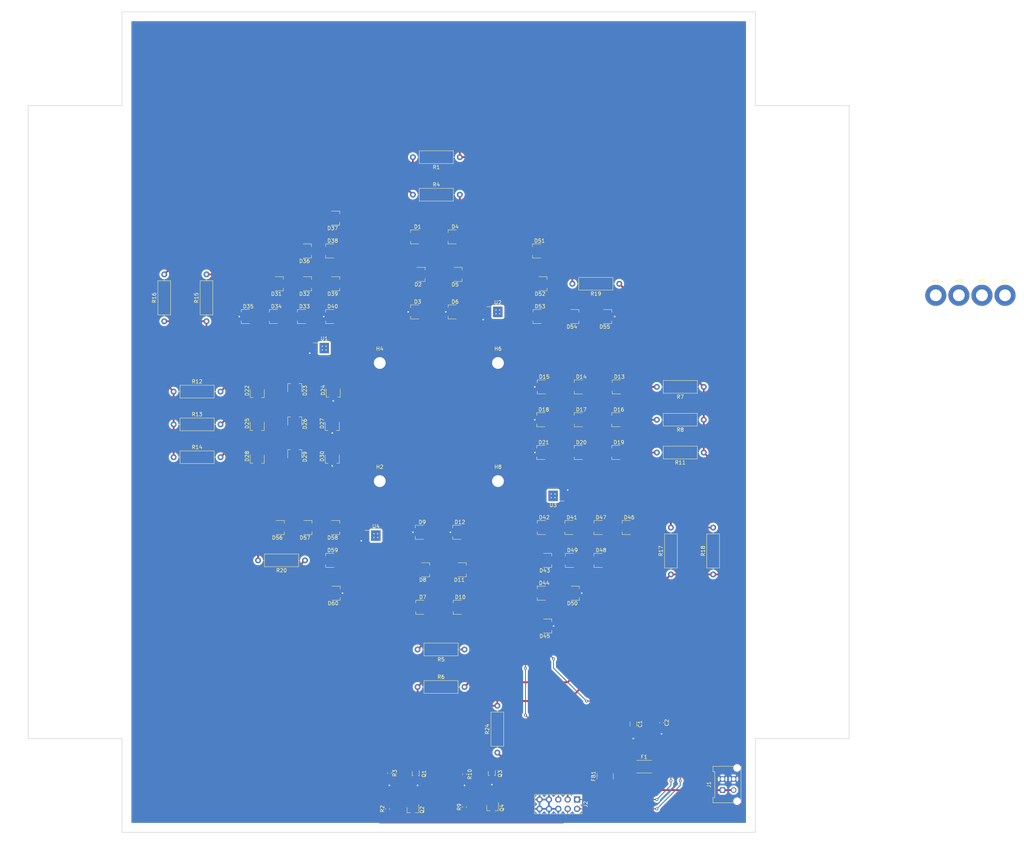
<source format=kicad_pcb>
(kicad_pcb (version 20171130) (host pcbnew "(5.0.2)-1")
  (layers (0 F.Cu signal) (31 B.Cu signal) (34 B.Paste user) (35 F.Paste user) (36 B.SilkS user) (37 F.SilkS user) (38 B.Mask user) (39 F.Mask user) (44 Edge.Cuts user))
  (net 0 "")
  (net 1 +12V)
  (net 2 GND)
  (net 3 "Net-(D1-Pad1)")
  (net 4 "Net-(D1-Pad2)")
  (net 5 "Net-(D2-Pad1)")
  (net 6 "Net-(D4-Pad2)")
  (net 7 "Net-(D4-Pad1)")
  (net 8 "Net-(D5-Pad1)")
  (net 9 "Net-(D7-Pad1)")
  (net 10 "Net-(D7-Pad2)")
  (net 11 "Net-(D8-Pad1)")
  (net 12 "Net-(D10-Pad2)")
  (net 13 "Net-(D10-Pad1)")
  (net 14 "Net-(D11-Pad1)")
  (net 15 "Net-(D13-Pad2)")
  (net 16 "Net-(D13-Pad1)")
  (net 17 "Net-(D14-Pad1)")
  (net 18 "Net-(D16-Pad2)")
  (net 19 "Net-(D16-Pad1)")
  (net 20 "Net-(D17-Pad1)")
  (net 21 "Net-(D19-Pad2)")
  (net 22 "Net-(D19-Pad1)")
  (net 23 "Net-(D20-Pad1)")
  (net 24 "Net-(D22-Pad1)")
  (net 25 "Net-(D22-Pad2)")
  (net 26 "Net-(D23-Pad1)")
  (net 27 "Net-(D25-Pad2)")
  (net 28 "Net-(D25-Pad1)")
  (net 29 "Net-(D26-Pad1)")
  (net 30 "Net-(D28-Pad1)")
  (net 31 "Net-(D28-Pad2)")
  (net 32 "Net-(D29-Pad1)")
  (net 33 "Net-(D31-Pad2)")
  (net 34 "Net-(D31-Pad1)")
  (net 35 "Net-(D32-Pad1)")
  (net 36 "Net-(D33-Pad1)")
  (net 37 "Net-(D34-Pad1)")
  (net 38 "Net-(D36-Pad1)")
  (net 39 "Net-(D36-Pad2)")
  (net 40 "Net-(D37-Pad1)")
  (net 41 "Net-(D38-Pad1)")
  (net 42 "Net-(D39-Pad1)")
  (net 43 "Net-(D41-Pad1)")
  (net 44 "Net-(D41-Pad2)")
  (net 45 "Net-(D42-Pad1)")
  (net 46 "Net-(D43-Pad1)")
  (net 47 "Net-(D44-Pad1)")
  (net 48 "Net-(D46-Pad1)")
  (net 49 "Net-(D46-Pad2)")
  (net 50 "Net-(D47-Pad1)")
  (net 51 "Net-(D48-Pad1)")
  (net 52 "Net-(D49-Pad1)")
  (net 53 "Net-(D51-Pad1)")
  (net 54 "Net-(D51-Pad2)")
  (net 55 "Net-(D52-Pad1)")
  (net 56 "Net-(D53-Pad1)")
  (net 57 "Net-(D54-Pad1)")
  (net 58 "Net-(D56-Pad1)")
  (net 59 "Net-(D56-Pad2)")
  (net 60 "Net-(D57-Pad1)")
  (net 61 "Net-(D58-Pad1)")
  (net 62 "Net-(D59-Pad1)")
  (net 63 "Net-(F1-Pad1)")
  (net 64 "Net-(F1-Pad2)")
  (net 65 +3V3)
  (net 66 "Net-(Q1-Pad1)")
  (net 67 "Net-(Q3-Pad1)")
  (net 68 1WIRE_LED)
  (net 69 IR_CTRL)
  (net 70 UV_CTRL)
  (net 71 LED_IR)
  (net 72 LED_UV)
  (module "Custom Components:LED_Cree-XP_HS" (layer F.Cu) (at 154.94 85.09)
    (fp_text reference D1 (at 0 -2.75) (layer F.SilkS))
    (fp_text value LED)
    (pad 3 smd rect (at 0 0) (size 1.3 3.3) (layers F.Cu F.Mask))
    (pad 1 smd rect (at -2.8 0) (size 3.3 3.3) (layers F.Cu F.Paste F.Mask) (net 3 "Net-(D1-Pad1)"))
    (pad 2 smd rect (at 2.8 0) (size 3.3 3.3) (layers F.Cu F.Paste F.Mask) (net 4 "Net-(D1-Pad2)"))
  )
  (module "Custom Components:LED_Cree-XP_HS" (layer F.Cu) (at 155.07 95.25 180)
    (fp_text reference D2 (at 0 -2.75 180) (layer F.SilkS))
    (fp_text value LED)
    (pad 3 smd rect (at 0 0 180) (size 1.3 3.3) (layers F.Cu F.Mask))
    (pad 1 smd rect (at -2.8 0 180) (size 3.3 3.3) (layers F.Cu F.Paste F.Mask) (net 5 "Net-(D2-Pad1)"))
    (pad 2 smd rect (at 2.8 0 180) (size 3.3 3.3) (layers F.Cu F.Paste F.Mask) (net 3 "Net-(D1-Pad1)"))
  )
  (module "Custom Components:LED_Cree-XP_HS" (layer F.Cu) (at 154.94 105.41)
    (fp_text reference D3 (at 0 -2.75) (layer F.SilkS))
    (fp_text value LED)
    (pad 3 smd rect (at 0 0) (size 1.3 3.3) (layers F.Cu F.Mask))
    (pad 1 smd rect (at -2.8 0) (size 3.3 3.3) (layers F.Cu F.Paste F.Mask) (net 2 GND))
    (pad 2 smd rect (at 2.8 0) (size 3.3 3.3) (layers F.Cu F.Paste F.Mask) (net 5 "Net-(D2-Pad1)"))
  )
  (module "Custom Components:LED_Cree-XP_HS" (layer F.Cu) (at 165.1 85.09)
    (fp_text reference D4 (at 0 -2.75) (layer F.SilkS))
    (fp_text value LED)
    (pad 3 smd rect (at 0 0) (size 1.3 3.3) (layers F.Cu F.Mask))
    (pad 1 smd rect (at -2.8 0) (size 3.3 3.3) (layers F.Cu F.Paste F.Mask) (net 7 "Net-(D4-Pad1)"))
    (pad 2 smd rect (at 2.8 0) (size 3.3 3.3) (layers F.Cu F.Paste F.Mask) (net 6 "Net-(D4-Pad2)"))
  )
  (module "Custom Components:LED_Cree-XP_HS" (layer F.Cu) (at 165.1 95.25 180)
    (fp_text reference D5 (at 0 -2.75 180) (layer F.SilkS))
    (fp_text value LED)
    (pad 3 smd rect (at 0 0 180) (size 1.3 3.3) (layers F.Cu F.Mask))
    (pad 1 smd rect (at -2.8 0 180) (size 3.3 3.3) (layers F.Cu F.Paste F.Mask) (net 8 "Net-(D5-Pad1)"))
    (pad 2 smd rect (at 2.8 0 180) (size 3.3 3.3) (layers F.Cu F.Paste F.Mask) (net 7 "Net-(D4-Pad1)"))
  )
  (module "Custom Components:LED_Cree-XP_HS" (layer F.Cu) (at 165.1 105.41)
    (fp_text reference D6 (at 0 -2.75) (layer F.SilkS))
    (fp_text value LED)
    (pad 3 smd rect (at 0 0) (size 1.3 3.3) (layers F.Cu F.Mask))
    (pad 1 smd rect (at -2.8 0) (size 3.3 3.3) (layers F.Cu F.Paste F.Mask) (net 2 GND))
    (pad 2 smd rect (at 2.8 0) (size 3.3 3.3) (layers F.Cu F.Paste F.Mask) (net 8 "Net-(D5-Pad1)"))
  )
  (module "Custom Components:LED_Cree-XP_HS" (layer F.Cu) (at 156.34 185.42)
    (fp_text reference D7 (at 0 -2.75) (layer F.SilkS))
    (fp_text value LED)
    (pad 3 smd rect (at 0 0) (size 1.3 3.3) (layers F.Cu F.Mask))
    (pad 1 smd rect (at -2.8 0) (size 3.3 3.3) (layers F.Cu F.Paste F.Mask) (net 9 "Net-(D7-Pad1)"))
    (pad 2 smd rect (at 2.8 0) (size 3.3 3.3) (layers F.Cu F.Paste F.Mask) (net 10 "Net-(D7-Pad2)"))
  )
  (module "Custom Components:LED_Cree-XP_HS" (layer F.Cu) (at 156.34 175.26 180)
    (fp_text reference D8 (at 0 -2.75 180) (layer F.SilkS))
    (fp_text value LED)
    (pad 3 smd rect (at 0 0 180) (size 1.3 3.3) (layers F.Cu F.Mask))
    (pad 1 smd rect (at -2.8 0 180) (size 3.3 3.3) (layers F.Cu F.Paste F.Mask) (net 11 "Net-(D8-Pad1)"))
    (pad 2 smd rect (at 2.8 0 180) (size 3.3 3.3) (layers F.Cu F.Paste F.Mask) (net 9 "Net-(D7-Pad1)"))
  )
  (module "Custom Components:LED_Cree-XP_HS" (layer F.Cu) (at 156.21 165.1)
    (fp_text reference D9 (at 0 -2.75) (layer F.SilkS))
    (fp_text value LED)
    (pad 3 smd rect (at 0 0) (size 1.3 3.3) (layers F.Cu F.Mask))
    (pad 1 smd rect (at -2.8 0) (size 3.3 3.3) (layers F.Cu F.Paste F.Mask) (net 2 GND))
    (pad 2 smd rect (at 2.8 0) (size 3.3 3.3) (layers F.Cu F.Paste F.Mask) (net 11 "Net-(D8-Pad1)"))
  )
  (module "Custom Components:LED_Cree-XP_HS" (layer F.Cu) (at 166.5 185.42)
    (fp_text reference D10 (at 0 -2.75) (layer F.SilkS))
    (fp_text value LED)
    (pad 3 smd rect (at 0 0) (size 1.3 3.3) (layers F.Cu F.Mask))
    (pad 1 smd rect (at -2.8 0) (size 3.3 3.3) (layers F.Cu F.Paste F.Mask) (net 13 "Net-(D10-Pad1)"))
    (pad 2 smd rect (at 2.8 0) (size 3.3 3.3) (layers F.Cu F.Paste F.Mask) (net 12 "Net-(D10-Pad2)"))
  )
  (module "Custom Components:LED_Cree-XP_HS" (layer F.Cu) (at 166.24 175.26 180)
    (fp_text reference D11 (at 0 -2.75 180) (layer F.SilkS))
    (fp_text value LED)
    (pad 3 smd rect (at 0 0 180) (size 1.3 3.3) (layers F.Cu F.Mask))
    (pad 1 smd rect (at -2.8 0 180) (size 3.3 3.3) (layers F.Cu F.Paste F.Mask) (net 14 "Net-(D11-Pad1)"))
    (pad 2 smd rect (at 2.8 0 180) (size 3.3 3.3) (layers F.Cu F.Paste F.Mask) (net 13 "Net-(D10-Pad1)"))
  )
  (module "Custom Components:LED_Cree-XP_HS" (layer F.Cu) (at 166.37 165.1)
    (fp_text reference D12 (at 0 -2.75) (layer F.SilkS))
    (fp_text value LED)
    (pad 3 smd rect (at 0 0) (size 1.3 3.3) (layers F.Cu F.Mask))
    (pad 1 smd rect (at -2.8 0) (size 3.3 3.3) (layers F.Cu F.Paste F.Mask) (net 2 GND))
    (pad 2 smd rect (at 2.8 0) (size 3.3 3.3) (layers F.Cu F.Paste F.Mask) (net 14 "Net-(D11-Pad1)"))
  )
  (module "Custom Components:LED_Cree-XP_HS" (layer F.Cu) (at 209.55 125.73)
    (fp_text reference D13 (at 0 -2.75) (layer F.SilkS))
    (fp_text value LED)
    (pad 3 smd rect (at 0 0) (size 1.3 3.3) (layers F.Cu F.Mask))
    (pad 1 smd rect (at -2.8 0) (size 3.3 3.3) (layers F.Cu F.Paste F.Mask) (net 16 "Net-(D13-Pad1)"))
    (pad 2 smd rect (at 2.8 0) (size 3.3 3.3) (layers F.Cu F.Paste F.Mask) (net 15 "Net-(D13-Pad2)"))
  )
  (module "Custom Components:LED_Cree-XP_HS" (layer F.Cu) (at 199.26 125.73)
    (fp_text reference D14 (at 0 -2.75) (layer F.SilkS))
    (fp_text value LED)
    (pad 3 smd rect (at 0 0) (size 1.3 3.3) (layers F.Cu F.Mask))
    (pad 1 smd rect (at -2.8 0) (size 3.3 3.3) (layers F.Cu F.Paste F.Mask) (net 17 "Net-(D14-Pad1)"))
    (pad 2 smd rect (at 2.8 0) (size 3.3 3.3) (layers F.Cu F.Paste F.Mask) (net 16 "Net-(D13-Pad1)"))
  )
  (module "Custom Components:LED_Cree-XP_HS" (layer F.Cu) (at 189.23 125.73)
    (fp_text reference D15 (at 0 -2.75) (layer F.SilkS))
    (fp_text value LED)
    (pad 3 smd rect (at 0 0) (size 1.3 3.3) (layers F.Cu F.Mask))
    (pad 1 smd rect (at -2.8 0) (size 3.3 3.3) (layers F.Cu F.Paste F.Mask) (net 2 GND))
    (pad 2 smd rect (at 2.8 0) (size 3.3 3.3) (layers F.Cu F.Paste F.Mask) (net 17 "Net-(D14-Pad1)"))
  )
  (module "Custom Components:LED_Cree-XP_HS" (layer F.Cu) (at 209.42 134.62)
    (fp_text reference D16 (at 0 -2.75) (layer F.SilkS))
    (fp_text value LED)
    (pad 3 smd rect (at 0 0) (size 1.3 3.3) (layers F.Cu F.Mask))
    (pad 1 smd rect (at -2.8 0) (size 3.3 3.3) (layers F.Cu F.Paste F.Mask) (net 19 "Net-(D16-Pad1)"))
    (pad 2 smd rect (at 2.8 0) (size 3.3 3.3) (layers F.Cu F.Paste F.Mask) (net 18 "Net-(D16-Pad2)"))
  )
  (module "Custom Components:LED_Cree-XP_HS" (layer F.Cu) (at 199.26 134.62)
    (fp_text reference D17 (at 0 -2.75) (layer F.SilkS))
    (fp_text value LED)
    (pad 3 smd rect (at 0 0) (size 1.3 3.3) (layers F.Cu F.Mask))
    (pad 1 smd rect (at -2.8 0) (size 3.3 3.3) (layers F.Cu F.Paste F.Mask) (net 20 "Net-(D17-Pad1)"))
    (pad 2 smd rect (at 2.8 0) (size 3.3 3.3) (layers F.Cu F.Paste F.Mask) (net 19 "Net-(D16-Pad1)"))
  )
  (module "Custom Components:LED_Cree-XP_HS" (layer F.Cu) (at 189.1 134.62)
    (fp_text reference D18 (at 0 -2.75) (layer F.SilkS))
    (fp_text value LED)
    (pad 3 smd rect (at 0 0) (size 1.3 3.3) (layers F.Cu F.Mask))
    (pad 1 smd rect (at -2.8 0) (size 3.3 3.3) (layers F.Cu F.Paste F.Mask) (net 2 GND))
    (pad 2 smd rect (at 2.8 0) (size 3.3 3.3) (layers F.Cu F.Paste F.Mask) (net 20 "Net-(D17-Pad1)"))
  )
  (module "Custom Components:LED_Cree-XP_HS" (layer F.Cu) (at 209.42 143.51)
    (fp_text reference D19 (at 0 -2.75) (layer F.SilkS))
    (fp_text value LED)
    (pad 3 smd rect (at 0 0) (size 1.3 3.3) (layers F.Cu F.Mask))
    (pad 1 smd rect (at -2.8 0) (size 3.3 3.3) (layers F.Cu F.Paste F.Mask) (net 22 "Net-(D19-Pad1)"))
    (pad 2 smd rect (at 2.8 0) (size 3.3 3.3) (layers F.Cu F.Paste F.Mask) (net 21 "Net-(D19-Pad2)"))
  )
  (module "Custom Components:LED_Cree-XP_HS" (layer F.Cu) (at 199.26 143.51)
    (fp_text reference D20 (at 0 -2.75) (layer F.SilkS))
    (fp_text value LED)
    (pad 3 smd rect (at 0 0) (size 1.3 3.3) (layers F.Cu F.Mask))
    (pad 1 smd rect (at -2.8 0) (size 3.3 3.3) (layers F.Cu F.Paste F.Mask) (net 23 "Net-(D20-Pad1)"))
    (pad 2 smd rect (at 2.8 0) (size 3.3 3.3) (layers F.Cu F.Paste F.Mask) (net 22 "Net-(D19-Pad1)"))
  )
  (module "Custom Components:LED_Cree-XP_HS" (layer F.Cu) (at 189.1 143.51)
    (fp_text reference D21 (at 0 -2.75) (layer F.SilkS))
    (fp_text value LED)
    (pad 3 smd rect (at 0 0) (size 1.3 3.3) (layers F.Cu F.Mask))
    (pad 1 smd rect (at -2.8 0) (size 3.3 3.3) (layers F.Cu F.Paste F.Mask) (net 2 GND))
    (pad 2 smd rect (at 2.8 0) (size 3.3 3.3) (layers F.Cu F.Paste F.Mask) (net 23 "Net-(D20-Pad1)"))
  )
  (module "Custom Components:LED_Cree-XP_HS" (layer F.Cu) (at 111.532315 126.735905 90)
    (fp_text reference D22 (at 0 -2.75 90) (layer F.SilkS))
    (fp_text value LED)
    (pad 3 smd rect (at 0 0 90) (size 1.3 3.3) (layers F.Cu F.Mask))
    (pad 1 smd rect (at -2.8 0 90) (size 3.3 3.3) (layers F.Cu F.Paste F.Mask) (net 24 "Net-(D22-Pad1)"))
    (pad 2 smd rect (at 2.8 0 90) (size 3.3 3.3) (layers F.Cu F.Paste F.Mask) (net 25 "Net-(D22-Pad2)"))
  )
  (module "Custom Components:LED_Cree-XP_HS" (layer F.Cu) (at 121.692315 126.735905 270)
    (fp_text reference D23 (at 0 -2.75 270) (layer F.SilkS))
    (fp_text value LED)
    (pad 3 smd rect (at 0 0 270) (size 1.3 3.3) (layers F.Cu F.Mask))
    (pad 1 smd rect (at -2.8 0 270) (size 3.3 3.3) (layers F.Cu F.Paste F.Mask) (net 26 "Net-(D23-Pad1)"))
    (pad 2 smd rect (at 2.8 0 270) (size 3.3 3.3) (layers F.Cu F.Paste F.Mask) (net 24 "Net-(D22-Pad1)"))
  )
  (module "Custom Components:LED_Cree-XP_HS" (layer F.Cu) (at 132.122315 126.605905 90)
    (fp_text reference D24 (at 0 -2.75 90) (layer F.SilkS))
    (fp_text value LED)
    (pad 3 smd rect (at 0 0 90) (size 1.3 3.3) (layers F.Cu F.Mask))
    (pad 1 smd rect (at -2.8 0 90) (size 3.3 3.3) (layers F.Cu F.Paste F.Mask) (net 2 GND))
    (pad 2 smd rect (at 2.8 0 90) (size 3.3 3.3) (layers F.Cu F.Paste F.Mask) (net 26 "Net-(D23-Pad1)"))
  )
  (module "Custom Components:LED_Cree-XP_HS" (layer F.Cu) (at 111.532315 135.625905 90)
    (fp_text reference D25 (at 0 -2.75 90) (layer F.SilkS))
    (fp_text value LED)
    (pad 3 smd rect (at 0 0 90) (size 1.3 3.3) (layers F.Cu F.Mask))
    (pad 1 smd rect (at -2.8 0 90) (size 3.3 3.3) (layers F.Cu F.Paste F.Mask) (net 28 "Net-(D25-Pad1)"))
    (pad 2 smd rect (at 2.8 0 90) (size 3.3 3.3) (layers F.Cu F.Paste F.Mask) (net 27 "Net-(D25-Pad2)"))
  )
  (module "Custom Components:LED_Cree-XP_HS" (layer F.Cu) (at 121.692315 135.76 270)
    (fp_text reference D26 (at 0 -2.75 270) (layer F.SilkS))
    (fp_text value LED)
    (pad 3 smd rect (at 0 0 270) (size 1.3 3.3) (layers F.Cu F.Mask))
    (pad 1 smd rect (at -2.8 0 270) (size 3.3 3.3) (layers F.Cu F.Paste F.Mask) (net 29 "Net-(D26-Pad1)"))
    (pad 2 smd rect (at 2.8 0 270) (size 3.3 3.3) (layers F.Cu F.Paste F.Mask) (net 28 "Net-(D25-Pad1)"))
  )
  (module "Custom Components:LED_Cree-XP_HS" (layer F.Cu) (at 131.852315 135.625905 90)
    (fp_text reference D27 (at 0 -2.75 90) (layer F.SilkS))
    (fp_text value LED)
    (pad 3 smd rect (at 0 0 90) (size 1.3 3.3) (layers F.Cu F.Mask))
    (pad 1 smd rect (at -2.8 0 90) (size 3.3 3.3) (layers F.Cu F.Paste F.Mask) (net 2 GND))
    (pad 2 smd rect (at 2.8 0 90) (size 3.3 3.3) (layers F.Cu F.Paste F.Mask) (net 29 "Net-(D26-Pad1)"))
  )
  (module "Custom Components:LED_Cree-XP_HS" (layer F.Cu) (at 111.532315 144.515905 90)
    (fp_text reference D28 (at 0 -2.75 90) (layer F.SilkS))
    (fp_text value LED)
    (pad 3 smd rect (at 0 0 90) (size 1.3 3.3) (layers F.Cu F.Mask))
    (pad 1 smd rect (at -2.8 0 90) (size 3.3 3.3) (layers F.Cu F.Paste F.Mask) (net 30 "Net-(D28-Pad1)"))
    (pad 2 smd rect (at 2.8 0 90) (size 3.3 3.3) (layers F.Cu F.Paste F.Mask) (net 31 "Net-(D28-Pad2)"))
  )
  (module "Custom Components:LED_Cree-XP_HS" (layer F.Cu) (at 121.692315 144.65 270)
    (fp_text reference D29 (at 0 -2.75 270) (layer F.SilkS))
    (fp_text value LED)
    (pad 3 smd rect (at 0 0 270) (size 1.3 3.3) (layers F.Cu F.Mask))
    (pad 1 smd rect (at -2.8 0 270) (size 3.3 3.3) (layers F.Cu F.Paste F.Mask) (net 32 "Net-(D29-Pad1)"))
    (pad 2 smd rect (at 2.8 0 270) (size 3.3 3.3) (layers F.Cu F.Paste F.Mask) (net 30 "Net-(D28-Pad1)"))
  )
  (module "Custom Components:LED_Cree-XP_HS" (layer F.Cu) (at 131.852315 144.515905 90)
    (fp_text reference D30 (at 0 -2.75 90) (layer F.SilkS))
    (fp_text value LED)
    (pad 3 smd rect (at 0 0 90) (size 1.3 3.3) (layers F.Cu F.Mask))
    (pad 1 smd rect (at -2.8 0 90) (size 3.3 3.3) (layers F.Cu F.Paste F.Mask) (net 2 GND))
    (pad 2 smd rect (at 2.8 0 90) (size 3.3 3.3) (layers F.Cu F.Paste F.Mask) (net 32 "Net-(D29-Pad1)"))
  )
  (module "Custom Components:LED_Cree-XP_HS" (layer F.Cu) (at 116.71 97.79 180)
    (fp_text reference D31 (at 0 -2.75 180) (layer F.SilkS))
    (fp_text value LED)
    (pad 3 smd rect (at 0 0 180) (size 1.3 3.3) (layers F.Cu F.Mask))
    (pad 1 smd rect (at -2.8 0 180) (size 3.3 3.3) (layers F.Cu F.Paste F.Mask) (net 34 "Net-(D31-Pad1)"))
    (pad 2 smd rect (at 2.8 0 180) (size 3.3 3.3) (layers F.Cu F.Paste F.Mask) (net 33 "Net-(D31-Pad2)"))
  )
  (module "Custom Components:LED_Cree-XP_HS" (layer F.Cu) (at 124.33 97.79 180)
    (fp_text reference D32 (at 0 -2.75 180) (layer F.SilkS))
    (fp_text value LED)
    (pad 3 smd rect (at 0 0 180) (size 1.3 3.3) (layers F.Cu F.Mask))
    (pad 1 smd rect (at -2.8 0 180) (size 3.3 3.3) (layers F.Cu F.Paste F.Mask) (net 35 "Net-(D32-Pad1)"))
    (pad 2 smd rect (at 2.8 0 180) (size 3.3 3.3) (layers F.Cu F.Paste F.Mask) (net 34 "Net-(D31-Pad1)"))
  )
  (module "Custom Components:LED_Cree-XP_HS" (layer F.Cu) (at 124.33 106.68)
    (fp_text reference D33 (at 0 -2.75) (layer F.SilkS))
    (fp_text value LED)
    (pad 3 smd rect (at 0 0) (size 1.3 3.3) (layers F.Cu F.Mask))
    (pad 1 smd rect (at -2.8 0) (size 3.3 3.3) (layers F.Cu F.Paste F.Mask) (net 36 "Net-(D33-Pad1)"))
    (pad 2 smd rect (at 2.8 0) (size 3.3 3.3) (layers F.Cu F.Paste F.Mask) (net 35 "Net-(D32-Pad1)"))
  )
  (module "Custom Components:LED_Cree-XP_HS" (layer F.Cu) (at 116.71 106.68)
    (fp_text reference D34 (at 0 -2.75) (layer F.SilkS))
    (fp_text value LED)
    (pad 3 smd rect (at 0 0) (size 1.3 3.3) (layers F.Cu F.Mask))
    (pad 1 smd rect (at -2.8 0) (size 3.3 3.3) (layers F.Cu F.Paste F.Mask) (net 37 "Net-(D34-Pad1)"))
    (pad 2 smd rect (at 2.8 0) (size 3.3 3.3) (layers F.Cu F.Paste F.Mask) (net 36 "Net-(D33-Pad1)"))
  )
  (module "Custom Components:LED_Cree-XP_HS" (layer F.Cu) (at 109.09 106.68)
    (fp_text reference D35 (at 0 -2.75) (layer F.SilkS))
    (fp_text value LED)
    (pad 3 smd rect (at 0 0) (size 1.3 3.3) (layers F.Cu F.Mask))
    (pad 1 smd rect (at -2.8 0) (size 3.3 3.3) (layers F.Cu F.Paste F.Mask) (net 2 GND))
    (pad 2 smd rect (at 2.8 0) (size 3.3 3.3) (layers F.Cu F.Paste F.Mask) (net 37 "Net-(D34-Pad1)"))
  )
  (module "Custom Components:LED_Cree-XP_HS" (layer F.Cu) (at 124.33 88.9 180)
    (fp_text reference D36 (at 0 -2.75 180) (layer F.SilkS))
    (fp_text value LED)
    (pad 3 smd rect (at 0 0 180) (size 1.3 3.3) (layers F.Cu F.Mask))
    (pad 1 smd rect (at -2.8 0 180) (size 3.3 3.3) (layers F.Cu F.Paste F.Mask) (net 38 "Net-(D36-Pad1)"))
    (pad 2 smd rect (at 2.8 0 180) (size 3.3 3.3) (layers F.Cu F.Paste F.Mask) (net 39 "Net-(D36-Pad2)"))
  )
  (module "Custom Components:LED_Cree-XP_HS" (layer F.Cu) (at 131.95 80.01 180)
    (fp_text reference D37 (at 0 -2.75 180) (layer F.SilkS))
    (fp_text value LED)
    (pad 3 smd rect (at 0 0 180) (size 1.3 3.3) (layers F.Cu F.Mask))
    (pad 1 smd rect (at -2.8 0 180) (size 3.3 3.3) (layers F.Cu F.Paste F.Mask) (net 40 "Net-(D37-Pad1)"))
    (pad 2 smd rect (at 2.8 0 180) (size 3.3 3.3) (layers F.Cu F.Paste F.Mask) (net 38 "Net-(D36-Pad1)"))
  )
  (module "Custom Components:LED_Cree-XP_HS" (layer F.Cu) (at 131.95 88.9)
    (fp_text reference D38 (at 0 -2.75) (layer F.SilkS))
    (fp_text value LED)
    (pad 3 smd rect (at 0 0) (size 1.3 3.3) (layers F.Cu F.Mask))
    (pad 1 smd rect (at -2.8 0) (size 3.3 3.3) (layers F.Cu F.Paste F.Mask) (net 41 "Net-(D38-Pad1)"))
    (pad 2 smd rect (at 2.8 0) (size 3.3 3.3) (layers F.Cu F.Paste F.Mask) (net 40 "Net-(D37-Pad1)"))
  )
  (module "Custom Components:LED_Cree-XP_HS" (layer F.Cu) (at 131.95 97.79 180)
    (fp_text reference D39 (at 0 -2.75 180) (layer F.SilkS))
    (fp_text value LED)
    (pad 3 smd rect (at 0 0 180) (size 1.3 3.3) (layers F.Cu F.Mask))
    (pad 1 smd rect (at -2.8 0 180) (size 3.3 3.3) (layers F.Cu F.Paste F.Mask) (net 42 "Net-(D39-Pad1)"))
    (pad 2 smd rect (at 2.8 0 180) (size 3.3 3.3) (layers F.Cu F.Paste F.Mask) (net 41 "Net-(D38-Pad1)"))
  )
  (module "Custom Components:LED_Cree-XP_HS" (layer F.Cu) (at 131.95 106.68)
    (fp_text reference D40 (at 0 -2.75) (layer F.SilkS))
    (fp_text value LED)
    (pad 3 smd rect (at 0 0) (size 1.3 3.3) (layers F.Cu F.Mask))
    (pad 1 smd rect (at -2.8 0) (size 3.3 3.3) (layers F.Cu F.Paste F.Mask) (net 2 GND))
    (pad 2 smd rect (at 2.8 0) (size 3.3 3.3) (layers F.Cu F.Paste F.Mask) (net 42 "Net-(D39-Pad1)"))
  )
  (module "Custom Components:LED_Cree-XP_HS" (layer F.Cu) (at 196.72 163.83)
    (fp_text reference D41 (at 0 -2.75) (layer F.SilkS))
    (fp_text value LED)
    (pad 3 smd rect (at 0 0) (size 1.3 3.3) (layers F.Cu F.Mask))
    (pad 1 smd rect (at -2.8 0) (size 3.3 3.3) (layers F.Cu F.Paste F.Mask) (net 43 "Net-(D41-Pad1)"))
    (pad 2 smd rect (at 2.8 0) (size 3.3 3.3) (layers F.Cu F.Paste F.Mask) (net 44 "Net-(D41-Pad2)"))
  )
  (module "Custom Components:LED_Cree-XP_HS" (layer F.Cu) (at 189.23 163.83)
    (fp_text reference D42 (at 0 -2.75) (layer F.SilkS))
    (fp_text value LED)
    (pad 3 smd rect (at 0 0) (size 1.3 3.3) (layers F.Cu F.Mask))
    (pad 1 smd rect (at -2.8 0) (size 3.3 3.3) (layers F.Cu F.Paste F.Mask) (net 45 "Net-(D42-Pad1)"))
    (pad 2 smd rect (at 2.8 0) (size 3.3 3.3) (layers F.Cu F.Paste F.Mask) (net 43 "Net-(D41-Pad1)"))
  )
  (module "Custom Components:LED_Cree-XP_HS" (layer F.Cu) (at 189.36 172.72 180)
    (fp_text reference D43 (at 0 -2.75 180) (layer F.SilkS))
    (fp_text value LED)
    (pad 3 smd rect (at 0 0 180) (size 1.3 3.3) (layers F.Cu F.Mask))
    (pad 1 smd rect (at -2.8 0 180) (size 3.3 3.3) (layers F.Cu F.Paste F.Mask) (net 46 "Net-(D43-Pad1)"))
    (pad 2 smd rect (at 2.8 0 180) (size 3.3 3.3) (layers F.Cu F.Paste F.Mask) (net 45 "Net-(D42-Pad1)"))
  )
  (module "Custom Components:LED_Cree-XP_HS" (layer F.Cu) (at 189.23 181.61)
    (fp_text reference D44 (at 0 -2.75) (layer F.SilkS))
    (fp_text value LED)
    (pad 3 smd rect (at 0 0) (size 1.3 3.3) (layers F.Cu F.Mask))
    (pad 1 smd rect (at -2.8 0) (size 3.3 3.3) (layers F.Cu F.Paste F.Mask) (net 47 "Net-(D44-Pad1)"))
    (pad 2 smd rect (at 2.8 0) (size 3.3 3.3) (layers F.Cu F.Paste F.Mask) (net 46 "Net-(D43-Pad1)"))
  )
  (module "Custom Components:LED_Cree-XP_HS" (layer F.Cu) (at 189.36 190.5 180)
    (fp_text reference D45 (at 0 -2.75 180) (layer F.SilkS))
    (fp_text value LED)
    (pad 3 smd rect (at 0 0 180) (size 1.3 3.3) (layers F.Cu F.Mask))
    (pad 1 smd rect (at -2.8 0 180) (size 3.3 3.3) (layers F.Cu F.Paste F.Mask) (net 2 GND))
    (pad 2 smd rect (at 2.8 0 180) (size 3.3 3.3) (layers F.Cu F.Paste F.Mask) (net 47 "Net-(D44-Pad1)"))
  )
  (module "Custom Components:LED_Cree-XP_HS" (layer F.Cu) (at 212.22 163.83)
    (fp_text reference D46 (at 0 -2.75) (layer F.SilkS))
    (fp_text value LED)
    (pad 3 smd rect (at 0 0) (size 1.3 3.3) (layers F.Cu F.Mask))
    (pad 1 smd rect (at -2.8 0) (size 3.3 3.3) (layers F.Cu F.Paste F.Mask) (net 48 "Net-(D46-Pad1)"))
    (pad 2 smd rect (at 2.8 0) (size 3.3 3.3) (layers F.Cu F.Paste F.Mask) (net 49 "Net-(D46-Pad2)"))
  )
  (module "Custom Components:LED_Cree-XP_HS" (layer F.Cu) (at 204.6 163.83)
    (fp_text reference D47 (at 0 -2.75) (layer F.SilkS))
    (fp_text value LED)
    (pad 3 smd rect (at 0 0) (size 1.3 3.3) (layers F.Cu F.Mask))
    (pad 1 smd rect (at -2.8 0) (size 3.3 3.3) (layers F.Cu F.Paste F.Mask) (net 50 "Net-(D47-Pad1)"))
    (pad 2 smd rect (at 2.8 0) (size 3.3 3.3) (layers F.Cu F.Paste F.Mask) (net 48 "Net-(D46-Pad1)"))
  )
  (module "Custom Components:LED_Cree-XP_HS" (layer F.Cu) (at 204.6 172.72)
    (fp_text reference D48 (at 0 -2.75) (layer F.SilkS))
    (fp_text value LED)
    (pad 3 smd rect (at 0 0) (size 1.3 3.3) (layers F.Cu F.Mask))
    (pad 1 smd rect (at -2.8 0) (size 3.3 3.3) (layers F.Cu F.Paste F.Mask) (net 51 "Net-(D48-Pad1)"))
    (pad 2 smd rect (at 2.8 0) (size 3.3 3.3) (layers F.Cu F.Paste F.Mask) (net 50 "Net-(D47-Pad1)"))
  )
  (module "Custom Components:LED_Cree-XP_HS" (layer F.Cu) (at 196.85 172.72)
    (fp_text reference D49 (at 0 -2.75) (layer F.SilkS))
    (fp_text value LED)
    (pad 3 smd rect (at 0 0) (size 1.3 3.3) (layers F.Cu F.Mask))
    (pad 1 smd rect (at -2.8 0) (size 3.3 3.3) (layers F.Cu F.Paste F.Mask) (net 52 "Net-(D49-Pad1)"))
    (pad 2 smd rect (at 2.8 0) (size 3.3 3.3) (layers F.Cu F.Paste F.Mask) (net 51 "Net-(D48-Pad1)"))
  )
  (module "Custom Components:LED_Cree-XP_HS" (layer F.Cu) (at 196.85 181.61 180)
    (fp_text reference D50 (at 0 -2.75 180) (layer F.SilkS))
    (fp_text value LED)
    (pad 3 smd rect (at 0 0 180) (size 1.3 3.3) (layers F.Cu F.Mask))
    (pad 1 smd rect (at -2.8 0 180) (size 3.3 3.3) (layers F.Cu F.Paste F.Mask) (net 2 GND))
    (pad 2 smd rect (at 2.8 0 180) (size 3.3 3.3) (layers F.Cu F.Paste F.Mask) (net 52 "Net-(D49-Pad1)"))
  )
  (module "Custom Components:LED_Cree-XP_HS" (layer F.Cu) (at 187.96 88.9)
    (fp_text reference D51 (at 0 -2.75) (layer F.SilkS))
    (fp_text value LED)
    (pad 3 smd rect (at 0 0) (size 1.3 3.3) (layers F.Cu F.Mask))
    (pad 1 smd rect (at -2.8 0) (size 3.3 3.3) (layers F.Cu F.Paste F.Mask) (net 53 "Net-(D51-Pad1)"))
    (pad 2 smd rect (at 2.8 0) (size 3.3 3.3) (layers F.Cu F.Paste F.Mask) (net 54 "Net-(D51-Pad2)"))
  )
  (module "Custom Components:LED_Cree-XP_HS" (layer F.Cu) (at 188.09 97.79 180)
    (fp_text reference D52 (at 0 -2.75 180) (layer F.SilkS))
    (fp_text value LED)
    (pad 3 smd rect (at 0 0 180) (size 1.3 3.3) (layers F.Cu F.Mask))
    (pad 1 smd rect (at -2.8 0 180) (size 3.3 3.3) (layers F.Cu F.Paste F.Mask) (net 55 "Net-(D52-Pad1)"))
    (pad 2 smd rect (at 2.8 0 180) (size 3.3 3.3) (layers F.Cu F.Paste F.Mask) (net 53 "Net-(D51-Pad1)"))
  )
  (module "Custom Components:LED_Cree-XP_HS" (layer F.Cu) (at 188.09 106.68)
    (fp_text reference D53 (at 0 -2.75) (layer F.SilkS))
    (fp_text value LED)
    (pad 3 smd rect (at 0 0) (size 1.3 3.3) (layers F.Cu F.Mask))
    (pad 1 smd rect (at -2.8 0) (size 3.3 3.3) (layers F.Cu F.Paste F.Mask) (net 56 "Net-(D53-Pad1)"))
    (pad 2 smd rect (at 2.8 0) (size 3.3 3.3) (layers F.Cu F.Paste F.Mask) (net 55 "Net-(D52-Pad1)"))
  )
  (module "Custom Components:LED_Cree-XP_HS" (layer F.Cu) (at 196.72 106.68 180)
    (fp_text reference D54 (at 0 -2.75 180) (layer F.SilkS))
    (fp_text value LED)
    (pad 3 smd rect (at 0 0 180) (size 1.3 3.3) (layers F.Cu F.Mask))
    (pad 1 smd rect (at -2.8 0 180) (size 3.3 3.3) (layers F.Cu F.Paste F.Mask) (net 57 "Net-(D54-Pad1)"))
    (pad 2 smd rect (at 2.8 0 180) (size 3.3 3.3) (layers F.Cu F.Paste F.Mask) (net 56 "Net-(D53-Pad1)"))
  )
  (module "Custom Components:LED_Cree-XP_HS" (layer F.Cu) (at 205.61 106.68 180)
    (fp_text reference D55 (at 0 -2.75 180) (layer F.SilkS))
    (fp_text value LED)
    (pad 3 smd rect (at 0 0 180) (size 1.3 3.3) (layers F.Cu F.Mask))
    (pad 1 smd rect (at -2.8 0 180) (size 3.3 3.3) (layers F.Cu F.Paste F.Mask) (net 2 GND))
    (pad 2 smd rect (at 2.8 0 180) (size 3.3 3.3) (layers F.Cu F.Paste F.Mask) (net 57 "Net-(D54-Pad1)"))
  )
  (module "Custom Components:LED_Cree-XP_HS" (layer F.Cu) (at 116.97 163.83 180)
    (fp_text reference D56 (at 0 -2.75 180) (layer F.SilkS))
    (fp_text value LED)
    (pad 3 smd rect (at 0 0 180) (size 1.3 3.3) (layers F.Cu F.Mask))
    (pad 1 smd rect (at -2.8 0 180) (size 3.3 3.3) (layers F.Cu F.Paste F.Mask) (net 58 "Net-(D56-Pad1)"))
    (pad 2 smd rect (at 2.8 0 180) (size 3.3 3.3) (layers F.Cu F.Paste F.Mask) (net 59 "Net-(D56-Pad2)"))
  )
  (module "Custom Components:LED_Cree-XP_HS" (layer F.Cu) (at 124.46 163.83 180)
    (fp_text reference D57 (at 0 -2.75 180) (layer F.SilkS))
    (fp_text value LED)
    (pad 3 smd rect (at 0 0 180) (size 1.3 3.3) (layers F.Cu F.Mask))
    (pad 1 smd rect (at -2.8 0 180) (size 3.3 3.3) (layers F.Cu F.Paste F.Mask) (net 60 "Net-(D57-Pad1)"))
    (pad 2 smd rect (at 2.8 0 180) (size 3.3 3.3) (layers F.Cu F.Paste F.Mask) (net 58 "Net-(D56-Pad1)"))
  )
  (module "Custom Components:LED_Cree-XP_HS" (layer F.Cu) (at 131.95 163.83 180)
    (fp_text reference D58 (at 0 -2.75 180) (layer F.SilkS))
    (fp_text value LED)
    (pad 3 smd rect (at 0 0 180) (size 1.3 3.3) (layers F.Cu F.Mask))
    (pad 1 smd rect (at -2.8 0 180) (size 3.3 3.3) (layers F.Cu F.Paste F.Mask) (net 61 "Net-(D58-Pad1)"))
    (pad 2 smd rect (at 2.8 0 180) (size 3.3 3.3) (layers F.Cu F.Paste F.Mask) (net 60 "Net-(D57-Pad1)"))
  )
  (module "Custom Components:LED_Cree-XP_HS" (layer F.Cu) (at 131.95 172.72)
    (fp_text reference D59 (at 0 -2.75) (layer F.SilkS))
    (fp_text value LED)
    (pad 3 smd rect (at 0 0) (size 1.3 3.3) (layers F.Cu F.Mask))
    (pad 1 smd rect (at -2.8 0) (size 3.3 3.3) (layers F.Cu F.Paste F.Mask) (net 62 "Net-(D59-Pad1)"))
    (pad 2 smd rect (at 2.8 0) (size 3.3 3.3) (layers F.Cu F.Paste F.Mask) (net 61 "Net-(D58-Pad1)"))
  )
  (module "Custom Components:LED_Cree-XP_HS" (layer F.Cu) (at 132.08 181.61 180)
    (fp_text reference D60 (at 0 -2.75 180) (layer F.SilkS))
    (fp_text value LED)
    (pad 3 smd rect (at 0 0 180) (size 1.3 3.3) (layers F.Cu F.Mask))
    (pad 1 smd rect (at -2.8 0 180) (size 3.3 3.3) (layers F.Cu F.Paste F.Mask) (net 2 GND))
    (pad 2 smd rect (at 2.8 0 180) (size 3.3 3.3) (layers F.Cu F.Paste F.Mask) (net 62 "Net-(D59-Pad1)"))
  )
  (module Capacitor_SMD:C_1206_3216Metric (layer F.Cu) (at 213.36 217.04 270)
    (fp_text reference C1 (at 0 -1.82 270) (layer F.SilkS))
    (fp_text value 10uF)
    (pad 1 smd roundrect (at -1.4 0 270) (size 1.25 1.75) (layers F.Cu F.Paste F.Mask) (roundrect_rratio 0.2) (net 1 +12V))
    (pad 2 smd roundrect (at 1.4 0 270) (size 1.25 1.75) (layers F.Cu F.Paste F.Mask) (roundrect_rratio 0.2) (net 2 GND))
  )
  (module Capacitor_SMD:C_0603_1608Metric (layer F.Cu) (at 220.98 216.6875 270)
    (fp_text reference C2 (at 0 -1.43 270) (layer F.SilkS))
    (fp_text value 100nF)
    (pad 1 smd roundrect (at -0.7875 0 270) (size 0.875 0.95) (layers F.Cu F.Paste F.Mask) (net 1 +12V))
    (pad 2 smd roundrect (at 0.7875 0 270) (size 0.875 0.95) (layers F.Cu F.Paste F.Mask) (net 2 GND))
  )
  (module Fuse:Fuse_2512_6332Metric (layer F.Cu) (at 216.26 228.6)
    (fp_text reference F1 (at 0 -2.62) (layer F.SilkS))
    (fp_text value "Fuse: 8-10A")
    (pad 1 smd roundrect (at -2.9 0) (size 1.35 3.35) (layers F.Cu F.Paste F.Mask) (roundrect_rratio 0.185185) (net 63 "Net-(F1-Pad1)"))
    (pad 2 smd roundrect (at 2.9 0) (size 1.35 3.35) (layers F.Cu F.Paste F.Mask) (roundrect_rratio 0.185185) (net 64 "Net-(F1-Pad2)"))
  )
  (module Inductor_SMD:L_2816_7142Metric (layer F.Cu) (at 205.74 231.1675 90)
    (fp_text reference FB1 (at 0 -3.18 90) (layer F.SilkS))
    (fp_text value Ferrite_Bead)
    (pad 1 smd roundrect (at -2.5125 0 90) (size 3.025 4.45) (layers F.Cu F.Paste F.Mask) (roundrect_rratio 0.082645) (net 1 +12V))
    (pad 2 smd roundrect (at 2.5125 0 90) (size 3.025 4.45) (layers F.Cu F.Paste F.Mask) (roundrect_rratio 0.082645) (net 63 "Net-(F1-Pad1)"))
  )
  (module Connector_Molex:Molex_Micro-Fit_3.0_43045-0412_2x02_P3.00mm_Vertical (layer F.Cu) (at 237.49 234.95 90)
    (fp_text reference J1 (at 1.5 -3.67 90) (layer F.SilkS))
    (fp_text value Conn_02x02_Top_Bottom)
    (pad "" np_thru_hole circle (at -3 3.94 90) (size 1 1) (drill 1) (layers *.Cu *.Mask))
    (pad "" np_thru_hole circle (at 6 3.94 90) (size 1 1) (drill 1) (layers *.Cu *.Mask))
    (pad 1 thru_hole roundrect (at 0 0 90) (size 1.5 1.5) (drill 1) (layers *.Cu *.Mask) (roundrect_rratio 0.166667) (net 64 "Net-(F1-Pad2)"))
    (pad 2 thru_hole circle (at 3 0 90) (size 1.5 1.5) (drill 1) (layers *.Cu *.Mask) (net 2 GND))
    (pad 3 thru_hole circle (at 0 3 90) (size 1.5 1.5) (drill 1) (layers *.Cu *.Mask) (net 64 "Net-(F1-Pad2)"))
    (pad 4 thru_hole circle (at 3 3 90) (size 1.5 1.5) (drill 1) (layers *.Cu *.Mask) (net 2 GND))
  )
  (module Connector_PinHeader_2.54mm:PinHeader_2x05_P2.54mm_Vertical (layer F.Cu) (at 198.12 237.49 270)
    (fp_text reference J2 (at 1.27 -2.33 270) (layer F.SilkS))
    (fp_text value Conn_02x05_Counter_Clockwise)
    (pad 1 thru_hole rect (at 0 0 270) (size 1.7 1.7) (drill 1) (layers *.Cu *.Mask) (net 65 +3V3))
    (pad 2 thru_hole oval (at 2.54 0 270) (size 1.7 1.7) (drill 1) (layers *.Cu *.Mask) (net 68 1WIRE_LED))
    (pad 3 thru_hole oval (at 0 2.54 270) (size 1.7 1.7) (drill 1) (layers *.Cu *.Mask) (net 1 +12V))
    (pad 4 thru_hole oval (at 2.54 2.54 270) (size 1.7 1.7) (drill 1) (layers *.Cu *.Mask) (net 69 IR_CTRL))
    (pad 5 thru_hole oval (at 0 5.08 270) (size 1.7 1.7) (drill 1) (layers *.Cu *.Mask) (net 70 UV_CTRL))
    (pad 6 thru_hole oval (at 2.54 5.08 270) (size 1.7 1.7) (drill 1) (layers *.Cu *.Mask) (net 2 GND))
    (pad 7 thru_hole oval (at 0 7.62 270) (size 1.7 1.7) (drill 1) (layers *.Cu *.Mask) (net 2 GND))
    (pad 8 thru_hole oval (at 2.54 7.62 270) (size 1.7 1.7) (drill 1) (layers *.Cu *.Mask) (net 2 GND))
    (pad 9 thru_hole oval (at 0 10.16 270) (size 1.7 1.7) (drill 1) (layers *.Cu *.Mask) (net 2 GND))
    (pad 10 thru_hole oval (at 2.54 10.16 270) (size 1.7 1.7) (drill 1) (layers *.Cu *.Mask) (net 2 GND))
  )
  (module Package_TO_SOT_SMD:SOT-416 (layer F.Cu) (at 154.44 230.52 270)
    (fp_text reference Q1 (at 0 -2.25 270) (layer F.SilkS))
    (fp_text value Q_NMOS_DGS)
    (pad 1 smd rect (at -0.65 -0.5 270) (size 0.6 0.5) (layers F.Cu F.Paste F.Mask) (net 66 "Net-(Q1-Pad1)"))
    (pad 2 smd rect (at -0.65 0.5 270) (size 0.6 0.5) (layers F.Cu F.Paste F.Mask) (net 69 IR_CTRL))
    (pad 3 smd rect (at 0.65 0 270) (size 0.6 0.5) (layers F.Cu F.Paste F.Mask) (net 2 GND))
  )
  (module Package_TO_SOT_SMD:SOT-23 (layer F.Cu) (at 153.67 240.3 270)
    (fp_text reference Q2 (at 0 -2.5 270) (layer F.SilkS))
    (fp_text value "Q_PMOS_DGS: Id=2.5A")
    (pad 1 smd rect (at -1 -0.95 270) (size 0.9 0.8) (layers F.Cu F.Paste F.Mask) (net 71 LED_IR))
    (pad 2 smd rect (at -1 0.95 270) (size 0.9 0.8) (layers F.Cu F.Paste F.Mask) (net 66 "Net-(Q1-Pad1)"))
    (pad 3 smd rect (at 1 0 270) (size 0.9 0.8) (layers F.Cu F.Paste F.Mask) (net 1 +12V))
  )
  (module Package_TO_SOT_SMD:SOT-416 (layer F.Cu) (at 175.03 230.49 270)
    (fp_text reference Q3 (at 0 -2.25 270) (layer F.SilkS))
    (fp_text value Q_NMOS_DGS)
    (pad 3 smd rect (at 0.65 0 270) (size 0.6 0.5) (layers F.Cu F.Paste F.Mask) (net 2 GND))
    (pad 2 smd rect (at -0.65 0.5 270) (size 0.6 0.5) (layers F.Cu F.Paste F.Mask) (net 70 UV_CTRL))
    (pad 1 smd rect (at -0.65 -0.5 270) (size 0.6 0.5) (layers F.Cu F.Paste F.Mask) (net 67 "Net-(Q3-Pad1)"))
  )
  (module Package_TO_SOT_SMD:SOT-23 (layer F.Cu) (at 175.26 239.76 270)
    (fp_text reference Q4 (at 0 -2.5 270) (layer F.SilkS))
    (fp_text value "Q_PMOS_DGS:  Id=4A")
    (pad 3 smd rect (at 1 0 270) (size 0.9 0.8) (layers F.Cu F.Paste F.Mask) (net 1 +12V))
    (pad 2 smd rect (at -1 0.95 270) (size 0.9 0.8) (layers F.Cu F.Paste F.Mask) (net 67 "Net-(Q3-Pad1)"))
    (pad 1 smd rect (at -1 -0.95 270) (size 0.9 0.8) (layers F.Cu F.Paste F.Mask) (net 72 LED_UV))
  )
  (module Resistor_THT:R_Axial_DIN0309_L9.0mm_D3.2mm_P12.70mm_Horizontal (layer F.Cu) (at 166.37 63.5 180)
    (fp_text reference R1 (at 6.35 -2.72 180) (layer F.SilkS))
    (fp_text value 7)
    (pad 2 thru_hole oval (at 12.7 0 180) (size 1.6 1.6) (drill 0.8) (layers *.Cu *.Mask) (net 4 "Net-(D1-Pad2)"))
    (pad 1 thru_hole circle (at 0 0 180) (size 1.6 1.6) (drill 0.8) (layers *.Cu *.Mask) (net 72 LED_UV))
  )
  (module Resistor_SMD:R_0603_1608Metric (layer F.Cu) (at 146.8375 240.03 90)
    (fp_text reference R2 (at 0 -1.43 90) (layer F.SilkS))
    (fp_text value 10k)
    (pad 2 smd roundrect (at 0.7875 0 90) (size 0.875 0.95) (layers F.Cu F.Paste F.Mask) (net 66 "Net-(Q1-Pad1)"))
    (pad 1 smd roundrect (at -0.7875 0 90) (size 0.875 0.95) (layers F.Cu F.Paste F.Mask) (net 1 +12V))
  )
  (module Resistor_SMD:R_0603_1608Metric (layer F.Cu) (at 147.32 230.3525 270)
    (fp_text reference R3 (at 0 -1.43 270) (layer F.SilkS))
    (fp_text value 10k)
    (pad 1 smd roundrect (at -0.7875 0 270) (size 0.875 0.95) (layers F.Cu F.Paste F.Mask) (net 69 IR_CTRL))
    (pad 2 smd roundrect (at 0.7875 0 270) (size 0.875 0.95) (layers F.Cu F.Paste F.Mask) (net 2 GND))
  )
  (module Resistor_THT:R_Axial_DIN0309_L9.0mm_D3.2mm_P12.70mm_Horizontal (layer F.Cu) (at 153.67 73.66)
    (fp_text reference R4 (at 6.35 -2.72) (layer F.SilkS))
    (fp_text value 7)
    (pad 1 thru_hole circle (at 0 0) (size 1.6 1.6) (drill 0.8) (layers *.Cu *.Mask) (net 72 LED_UV))
    (pad 2 thru_hole oval (at 12.7 0) (size 1.6 1.6) (drill 0.8) (layers *.Cu *.Mask) (net 6 "Net-(D4-Pad2)"))
  )
  (module Resistor_THT:R_Axial_DIN0309_L9.0mm_D3.2mm_P12.70mm_Horizontal (layer F.Cu) (at 167.64 196.85 180)
    (fp_text reference R5 (at 6.35 -2.72 180) (layer F.SilkS))
    (fp_text value 7)
    (pad 2 thru_hole oval (at 12.7 0 180) (size 1.6 1.6) (drill 0.8) (layers *.Cu *.Mask) (net 10 "Net-(D7-Pad2)"))
    (pad 1 thru_hole circle (at 0 0 180) (size 1.6 1.6) (drill 0.8) (layers *.Cu *.Mask) (net 72 LED_UV))
  )
  (module Resistor_THT:R_Axial_DIN0309_L9.0mm_D3.2mm_P12.70mm_Horizontal (layer F.Cu) (at 154.94 207.01)
    (fp_text reference R6 (at 6.35 -2.72) (layer F.SilkS))
    (fp_text value 7)
    (pad 2 thru_hole oval (at 12.7 0) (size 1.6 1.6) (drill 0.8) (layers *.Cu *.Mask) (net 12 "Net-(D10-Pad2)"))
    (pad 1 thru_hole circle (at 0 0) (size 1.6 1.6) (drill 0.8) (layers *.Cu *.Mask) (net 72 LED_UV))
  )
  (module Resistor_THT:R_Axial_DIN0309_L9.0mm_D3.2mm_P12.70mm_Horizontal (layer F.Cu) (at 232.41 125.73 180)
    (fp_text reference R7 (at 6.35 -2.72 180) (layer F.SilkS))
    (fp_text value 7)
    (pad 1 thru_hole circle (at 0 0 180) (size 1.6 1.6) (drill 0.8) (layers *.Cu *.Mask) (net 72 LED_UV))
    (pad 2 thru_hole oval (at 12.7 0 180) (size 1.6 1.6) (drill 0.8) (layers *.Cu *.Mask) (net 15 "Net-(D13-Pad2)"))
  )
  (module Resistor_THT:R_Axial_DIN0309_L9.0mm_D3.2mm_P12.70mm_Horizontal (layer F.Cu) (at 232.41 134.62 180)
    (fp_text reference R8 (at 6.35 -2.72 180) (layer F.SilkS))
    (fp_text value 7)
    (pad 2 thru_hole oval (at 12.7 0 180) (size 1.6 1.6) (drill 0.8) (layers *.Cu *.Mask) (net 18 "Net-(D16-Pad2)"))
    (pad 1 thru_hole circle (at 0 0 180) (size 1.6 1.6) (drill 0.8) (layers *.Cu *.Mask) (net 72 LED_UV))
  )
  (module Resistor_SMD:R_0603_1608Metric (layer F.Cu) (at 167.64 239.5475 90)
    (fp_text reference R9 (at 0 -1.43 90) (layer F.SilkS))
    (fp_text value 10k)
    (pad 2 smd roundrect (at 0.7875 0 90) (size 0.875 0.95) (layers F.Cu F.Paste F.Mask) (net 67 "Net-(Q3-Pad1)"))
    (pad 1 smd roundrect (at -0.7875 0 90) (size 0.875 0.95) (layers F.Cu F.Paste F.Mask) (net 1 +12V))
  )
  (module Resistor_SMD:R_0603_1608Metric (layer F.Cu) (at 167.64 230.6575 270)
    (fp_text reference R10 (at 0 -1.43 270) (layer F.SilkS))
    (fp_text value 10k)
    (pad 1 smd roundrect (at -0.7875 0 270) (size 0.875 0.95) (layers F.Cu F.Paste F.Mask) (net 70 UV_CTRL))
    (pad 2 smd roundrect (at 0.7875 0 270) (size 0.875 0.95) (layers F.Cu F.Paste F.Mask) (net 2 GND))
  )
  (module Resistor_THT:R_Axial_DIN0309_L9.0mm_D3.2mm_P12.70mm_Horizontal (layer F.Cu) (at 232.41 143.51 180)
    (fp_text reference R11 (at 6.35 -2.72 180) (layer F.SilkS))
    (fp_text value 7)
    (pad 1 thru_hole circle (at 0 0 180) (size 1.6 1.6) (drill 0.8) (layers *.Cu *.Mask) (net 72 LED_UV))
    (pad 2 thru_hole oval (at 12.7 0 180) (size 1.6 1.6) (drill 0.8) (layers *.Cu *.Mask) (net 21 "Net-(D19-Pad2)"))
  )
  (module Resistor_THT:R_Axial_DIN0309_L9.0mm_D3.2mm_P12.70mm_Horizontal (layer F.Cu) (at 88.9 127)
    (fp_text reference R12 (at 6.35 -2.72) (layer F.SilkS))
    (fp_text value 7)
    (pad 2 thru_hole oval (at 12.7 0) (size 1.6 1.6) (drill 0.8) (layers *.Cu *.Mask) (net 25 "Net-(D22-Pad2)"))
    (pad 1 thru_hole circle (at 0 0) (size 1.6 1.6) (drill 0.8) (layers *.Cu *.Mask) (net 72 LED_UV))
  )
  (module Resistor_THT:R_Axial_DIN0309_L9.0mm_D3.2mm_P12.70mm_Horizontal (layer F.Cu) (at 88.9 135.89)
    (fp_text reference R13 (at 6.35 -2.72) (layer F.SilkS))
    (fp_text value 7)
    (pad 1 thru_hole circle (at 0 0) (size 1.6 1.6) (drill 0.8) (layers *.Cu *.Mask) (net 72 LED_UV))
    (pad 2 thru_hole oval (at 12.7 0) (size 1.6 1.6) (drill 0.8) (layers *.Cu *.Mask) (net 27 "Net-(D25-Pad2)"))
  )
  (module Resistor_THT:R_Axial_DIN0309_L9.0mm_D3.2mm_P12.70mm_Horizontal (layer F.Cu) (at 88.9 144.78)
    (fp_text reference R14 (at 6.35 -2.72) (layer F.SilkS))
    (fp_text value 7)
    (pad 1 thru_hole circle (at 0 0) (size 1.6 1.6) (drill 0.8) (layers *.Cu *.Mask) (net 72 LED_UV))
    (pad 2 thru_hole oval (at 12.7 0) (size 1.6 1.6) (drill 0.8) (layers *.Cu *.Mask) (net 31 "Net-(D28-Pad2)"))
  )
  (module Resistor_THT:R_Axial_DIN0309_L9.0mm_D3.2mm_P12.70mm_Horizontal (layer F.Cu) (at 97.79 107.95 90)
    (fp_text reference R15 (at 6.35 -2.72 90) (layer F.SilkS))
    (fp_text value 5)
    (pad 2 thru_hole oval (at 12.7 0 90) (size 1.6 1.6) (drill 0.8) (layers *.Cu *.Mask) (net 33 "Net-(D31-Pad2)"))
    (pad 1 thru_hole circle (at 0 0 90) (size 1.6 1.6) (drill 0.8) (layers *.Cu *.Mask) (net 71 LED_IR))
  )
  (module Resistor_THT:R_Axial_DIN0309_L9.0mm_D3.2mm_P12.70mm_Horizontal (layer F.Cu) (at 86.36 107.95 90)
    (fp_text reference R16 (at 6.35 -2.72 90) (layer F.SilkS))
    (fp_text value 5)
    (pad 1 thru_hole circle (at 0 0 90) (size 1.6 1.6) (drill 0.8) (layers *.Cu *.Mask) (net 71 LED_IR))
    (pad 2 thru_hole oval (at 12.7 0 90) (size 1.6 1.6) (drill 0.8) (layers *.Cu *.Mask) (net 39 "Net-(D36-Pad2)"))
  )
  (module Resistor_THT:R_Axial_DIN0309_L9.0mm_D3.2mm_P12.70mm_Horizontal (layer F.Cu) (at 223.52 176.53 90)
    (fp_text reference R17 (at 6.35 -2.72 90) (layer F.SilkS))
    (fp_text value 5)
    (pad 2 thru_hole oval (at 12.7 0 90) (size 1.6 1.6) (drill 0.8) (layers *.Cu *.Mask) (net 44 "Net-(D41-Pad2)"))
    (pad 1 thru_hole circle (at 0 0 90) (size 1.6 1.6) (drill 0.8) (layers *.Cu *.Mask) (net 71 LED_IR))
  )
  (module Resistor_THT:R_Axial_DIN0309_L9.0mm_D3.2mm_P12.70mm_Horizontal (layer F.Cu) (at 234.95 176.53 90)
    (fp_text reference R18 (at 6.35 -2.72 90) (layer F.SilkS))
    (fp_text value 5)
    (pad 1 thru_hole circle (at 0 0 90) (size 1.6 1.6) (drill 0.8) (layers *.Cu *.Mask) (net 71 LED_IR))
    (pad 2 thru_hole oval (at 12.7 0 90) (size 1.6 1.6) (drill 0.8) (layers *.Cu *.Mask) (net 49 "Net-(D46-Pad2)"))
  )
  (module Resistor_THT:R_Axial_DIN0309_L9.0mm_D3.2mm_P12.70mm_Horizontal (layer F.Cu) (at 209.55 97.79 180)
    (fp_text reference R19 (at 6.35 -2.72 180) (layer F.SilkS))
    (fp_text value 5)
    (pad 2 thru_hole oval (at 12.7 0 180) (size 1.6 1.6) (drill 0.8) (layers *.Cu *.Mask) (net 54 "Net-(D51-Pad2)"))
    (pad 1 thru_hole circle (at 0 0 180) (size 1.6 1.6) (drill 0.8) (layers *.Cu *.Mask) (net 71 LED_IR))
  )
  (module Resistor_THT:R_Axial_DIN0309_L9.0mm_D3.2mm_P12.70mm_Horizontal (layer F.Cu) (at 124.46 172.72 180)
    (fp_text reference R20 (at 6.35 -2.72 180) (layer F.SilkS))
    (fp_text value 5)
    (pad 1 thru_hole circle (at 0 0 180) (size 1.6 1.6) (drill 0.8) (layers *.Cu *.Mask) (net 71 LED_IR))
    (pad 2 thru_hole oval (at 12.7 0 180) (size 1.6 1.6) (drill 0.8) (layers *.Cu *.Mask) (net 59 "Net-(D56-Pad2)"))
  )
  (module Package_SO:MSOP-8-1EP_3x3mm_P0.65mm_EP2.54x2.8mm_ThermalVias (layer F.Cu) (at 129.68 115.215)
    (fp_text reference U1 (at 0 -2.55) (layer F.SilkS))
    (fp_text value DS18B20U)
    (pad 8 smd rect (at 2.4 -0.975) (size 1.26 0.4) (layers F.Cu F.Paste F.Mask) (net 65 +3V3))
    (pad 9 smd rect (at 0 0) (size 2.54 2.8) (layers F.Cu F.Mask))
    (pad 7 smd rect (at 2.4 -0.325) (size 1.26 0.4) (layers F.Cu F.Paste F.Mask))
    (pad 3 smd rect (at -2.4 0.325) (size 1.26 0.4) (layers F.Cu F.Paste F.Mask))
    (pad 2 smd rect (at -2.4 -0.325) (size 1.26 0.4) (layers F.Cu F.Paste F.Mask))
    (pad 6 smd rect (at 2.4 0.325) (size 1.26 0.4) (layers F.Cu F.Paste F.Mask))
    (pad 4 smd rect (at -2.4 0.975) (size 1.26 0.4) (layers F.Cu F.Paste F.Mask) (net 2 GND))
    (pad 1 smd rect (at -2.4 -0.975) (size 1.26 0.4) (layers F.Cu F.Paste F.Mask) (net 68 1WIRE_LED))
    (pad 5 smd rect (at 2.4 0.975) (size 1.26 0.4) (layers F.Cu F.Paste F.Mask))
    (pad 9 thru_hole circle (at 0.5 -0.5) (size 0.6 0.6) (drill 0.3) (layers *.Cu *.Mask))
    (pad 9 thru_hole circle (at 0.5 0.5) (size 0.6 0.6) (drill 0.3) (layers *.Cu *.Mask))
    (pad 9 thru_hole circle (at -0.5 0.5) (size 0.6 0.6) (drill 0.3) (layers *.Cu *.Mask))
    (pad 9 thru_hole circle (at -0.5 -0.5) (size 0.6 0.6) (drill 0.3) (layers *.Cu *.Mask))
    (pad 9 smd rect (at 0 0) (size 2.54 2.8) (layers B.Cu))
  )
  (module Package_SO:MSOP-8-1EP_3x3mm_P0.65mm_EP2.54x2.8mm_ThermalVias (layer F.Cu) (at 176.67 105.41)
    (fp_text reference U2 (at 0 -2.55) (layer F.SilkS))
    (fp_text value DS18B20U)
    (pad 8 smd rect (at 2.4 -0.975) (size 1.26 0.4) (layers F.Cu F.Paste F.Mask) (net 65 +3V3))
    (pad 9 smd rect (at 0 0) (size 2.54 2.8) (layers F.Cu F.Mask))
    (pad 7 smd rect (at 2.4 -0.325) (size 1.26 0.4) (layers F.Cu F.Paste F.Mask))
    (pad 3 smd rect (at -2.4 0.325) (size 1.26 0.4) (layers F.Cu F.Paste F.Mask))
    (pad 2 smd rect (at -2.4 -0.325) (size 1.26 0.4) (layers F.Cu F.Paste F.Mask))
    (pad 6 smd rect (at 2.4 0.325) (size 1.26 0.4) (layers F.Cu F.Paste F.Mask))
    (pad 4 smd rect (at -2.4 0.975) (size 1.26 0.4) (layers F.Cu F.Paste F.Mask) (net 2 GND))
    (pad 1 smd rect (at -2.4 -0.975) (size 1.26 0.4) (layers F.Cu F.Paste F.Mask) (net 68 1WIRE_LED))
    (pad 5 smd rect (at 2.4 0.975) (size 1.26 0.4) (layers F.Cu F.Paste F.Mask))
    (pad 9 thru_hole circle (at 0.5 -0.5) (size 0.6 0.6) (drill 0.3) (layers *.Cu *.Mask))
    (pad 9 thru_hole circle (at 0.5 0.5) (size 0.6 0.6) (drill 0.3) (layers *.Cu *.Mask))
    (pad 9 thru_hole circle (at -0.5 0.5) (size 0.6 0.6) (drill 0.3) (layers *.Cu *.Mask))
    (pad 9 thru_hole circle (at -0.5 -0.5) (size 0.6 0.6) (drill 0.3) (layers *.Cu *.Mask))
    (pad 9 smd rect (at 0 0) (size 2.54 2.8) (layers B.Cu))
  )
  (module Package_SO:MSOP-8-1EP_3x3mm_P0.65mm_EP2.54x2.8mm_ThermalVias (layer F.Cu) (at 191.63 155.235 180)
    (fp_text reference U3 (at 0 -2.55 180) (layer F.SilkS))
    (fp_text value DS18B20U)
    (pad 9 smd rect (at 0 0 180) (size 2.54 2.8) (layers B.Cu))
    (pad 9 thru_hole circle (at -0.5 -0.5 180) (size 0.6 0.6) (drill 0.3) (layers *.Cu *.Mask))
    (pad 9 thru_hole circle (at -0.5 0.5 180) (size 0.6 0.6) (drill 0.3) (layers *.Cu *.Mask))
    (pad 9 thru_hole circle (at 0.5 0.5 180) (size 0.6 0.6) (drill 0.3) (layers *.Cu *.Mask))
    (pad 9 thru_hole circle (at 0.5 -0.5 180) (size 0.6 0.6) (drill 0.3) (layers *.Cu *.Mask))
    (pad 5 smd rect (at 2.4 0.975 180) (size 1.26 0.4) (layers F.Cu F.Paste F.Mask))
    (pad 1 smd rect (at -2.4 -0.975 180) (size 1.26 0.4) (layers F.Cu F.Paste F.Mask) (net 68 1WIRE_LED))
    (pad 4 smd rect (at -2.4 0.975 180) (size 1.26 0.4) (layers F.Cu F.Paste F.Mask) (net 2 GND))
    (pad 6 smd rect (at 2.4 0.325 180) (size 1.26 0.4) (layers F.Cu F.Paste F.Mask))
    (pad 2 smd rect (at -2.4 -0.325 180) (size 1.26 0.4) (layers F.Cu F.Paste F.Mask))
    (pad 3 smd rect (at -2.4 0.325 180) (size 1.26 0.4) (layers F.Cu F.Paste F.Mask))
    (pad 7 smd rect (at 2.4 -0.325 180) (size 1.26 0.4) (layers F.Cu F.Paste F.Mask))
    (pad 9 smd rect (at 0 0 180) (size 2.54 2.8) (layers F.Cu F.Mask))
    (pad 8 smd rect (at 2.4 -0.975 180) (size 1.26 0.4) (layers F.Cu F.Paste F.Mask) (net 65 +3V3))
  )
  (module Package_SO:MSOP-8-1EP_3x3mm_P0.65mm_EP2.54x2.8mm_ThermalVias (layer F.Cu) (at 143.65 166.015)
    (fp_text reference U4 (at 0 -2.55) (layer F.SilkS))
    (fp_text value DS18B20U)
    (pad 9 smd rect (at 0 0) (size 2.54 2.8) (layers B.Cu))
    (pad 9 thru_hole circle (at -0.5 -0.5) (size 0.6 0.6) (drill 0.3) (layers *.Cu *.Mask))
    (pad 9 thru_hole circle (at -0.5 0.5) (size 0.6 0.6) (drill 0.3) (layers *.Cu *.Mask))
    (pad 9 thru_hole circle (at 0.5 0.5) (size 0.6 0.6) (drill 0.3) (layers *.Cu *.Mask))
    (pad 9 thru_hole circle (at 0.5 -0.5) (size 0.6 0.6) (drill 0.3) (layers *.Cu *.Mask))
    (pad 5 smd rect (at 2.4 0.975) (size 1.26 0.4) (layers F.Cu F.Paste F.Mask))
    (pad 1 smd rect (at -2.4 -0.975) (size 1.26 0.4) (layers F.Cu F.Paste F.Mask) (net 68 1WIRE_LED))
    (pad 4 smd rect (at -2.4 0.975) (size 1.26 0.4) (layers F.Cu F.Paste F.Mask) (net 2 GND))
    (pad 6 smd rect (at 2.4 0.325) (size 1.26 0.4) (layers F.Cu F.Paste F.Mask))
    (pad 2 smd rect (at -2.4 -0.325) (size 1.26 0.4) (layers F.Cu F.Paste F.Mask))
    (pad 3 smd rect (at -2.4 0.325) (size 1.26 0.4) (layers F.Cu F.Paste F.Mask))
    (pad 7 smd rect (at 2.4 -0.325) (size 1.26 0.4) (layers F.Cu F.Paste F.Mask))
    (pad 9 smd rect (at 0 0) (size 2.54 2.8) (layers F.Cu F.Mask))
    (pad 8 smd rect (at 2.4 -0.975) (size 1.26 0.4) (layers F.Cu F.Paste F.Mask) (net 65 +3V3))
  )
  (module Resistor_THT:R_Axial_DIN0309_L9.0mm_D3.2mm_P12.70mm_Horizontal (layer F.Cu) (at 176.53 224.79 90)
    (fp_text reference R24 (at 6.35 -2.72 90) (layer F.SilkS))
    (fp_text value 0)
    (pad 1 thru_hole circle (at 0 0 90) (size 1.6 1.6) (drill 0.8) (layers *.Cu *.Mask))
    (pad 2 thru_hole oval (at 12.7 0 90) (size 1.6 1.6) (drill 0.8) (layers *.Cu *.Mask) (net 72 LED_UV))
  )
  (module Mounting_Holes:MountingHole_3.2mm_M3_ISO7380_Pad (layer F.Cu) (at 295.225001 100.915001)
    (fp_text reference H1 (at 0 -3.85) (layer F.SilkS))
    (fp_text value MountingHole)
    (pad 1 thru_hole circle (at 0 0) (size 5.7 5.7) (drill 3.2) (layers *.Cu *.Mask))
  )
  (module Mounting_Holes:MountingHole_3.2mm_M3_ISO7380_Pad (layer F.Cu) (at 144.7 151.25)
    (fp_text reference H2 (at 0 -3.85) (layer F.SilkS))
    (fp_text value MountingHole)
    (pad 1 thru_hole circle (at 0 0) (size 5.7 5.7) (drill 3.2) (layers *.Cu *.Mask))
  )
  (module Mounting_Holes:MountingHole_3.2mm_M3_ISO7380_Pad (layer F.Cu) (at 301.475001 100.915001)
    (fp_text reference H3 (at 0 -3.85) (layer F.SilkS))
    (fp_text value MountingHole)
    (pad 1 thru_hole circle (at 0 0) (size 5.7 5.7) (drill 3.2) (layers *.Cu *.Mask))
  )
  (module Mounting_Holes:MountingHole_3.2mm_M3_ISO7380_Pad (layer F.Cu) (at 144.7 119.25)
    (fp_text reference H4 (at 0 -3.85) (layer F.SilkS))
    (fp_text value MountingHole)
    (pad 1 thru_hole circle (at 0 0) (size 5.7 5.7) (drill 3.2) (layers *.Cu *.Mask))
  )
  (module Mounting_Holes:MountingHole_3.2mm_M3_ISO7380_Pad (layer F.Cu) (at 307.725001 100.915001)
    (fp_text reference H5 (at 0 -3.85) (layer F.SilkS))
    (fp_text value MountingHole)
    (pad 1 thru_hole circle (at 0 0) (size 5.7 5.7) (drill 3.2) (layers *.Cu *.Mask))
  )
  (module Mounting_Holes:MountingHole_3.2mm_M3_ISO7380_Pad (layer F.Cu) (at 176.7 119.25)
    (fp_text reference H6 (at 0 -3.85) (layer F.SilkS))
    (fp_text value MountingHole)
    (pad 1 thru_hole circle (at 0 0) (size 5.7 5.7) (drill 3.2) (layers *.Cu *.Mask))
  )
  (module Mounting_Holes:MountingHole_3.2mm_M3_ISO7380_Pad (layer F.Cu) (at 313.975001 100.915001)
    (fp_text reference H7 (at 0 -3.85) (layer F.SilkS))
    (fp_text value MountingHole)
    (pad 1 thru_hole circle (at 0 0) (size 5.7 5.7) (drill 3.2) (layers *.Cu *.Mask))
  )
  (module Mounting_Holes:MountingHole_3.2mm_M3_ISO7380_Pad (layer F.Cu) (at 176.7 151.25)
    (fp_text reference H8 (at 0 -3.85) (layer F.SilkS))
    (fp_text value MountingHole)
    (pad 1 thru_hole circle (at 0 0) (size 5.7 5.7) (drill 3.2) (layers *.Cu *.Mask))
  )
  (gr_line (start 74.93 49.53) (end 74.93 24.13) (layer Edge.Cuts) (width 0.15))
  (gr_line (start 49.53 49.53) (end 74.93 49.53) (layer Edge.Cuts) (width 0.15))
  (gr_line (start 49.53 220.98) (end 49.53 49.53) (layer Edge.Cuts) (width 0.15))
  (gr_line (start 74.93 220.98) (end 49.53 220.98) (layer Edge.Cuts) (width 0.15))
  (gr_line (start 74.93 246.38) (end 74.93 220.98) (layer Edge.Cuts) (width 0.15))
  (gr_line (start 246.38 246.38) (end 74.93 246.38) (layer Edge.Cuts) (width 0.15))
  (gr_line (start 246.38 220.98) (end 246.38 246.38) (layer Edge.Cuts) (width 0.15))
  (gr_line (start 271.78 220.98) (end 246.38 220.98) (layer Edge.Cuts) (width 0.15))
  (gr_line (start 271.78 49.53) (end 271.78 220.98) (layer Edge.Cuts) (width 0.15))
  (gr_line (start 246.38 49.53) (end 271.78 49.53) (layer Edge.Cuts) (width 0.15))
  (gr_line (start 246.38 24.13) (end 246.38 49.53) (layer Edge.Cuts) (width 0.15))
  (gr_line (start 74.93 24.13) (end 246.38 24.13) (layer Edge.Cuts) (width 0.15))
  (segment (start 146.8375 240.8175) (end 149.3775 240.8175) (width 0.25) (layer F.Cu) (net 1))
  (segment (start 149.3775 240.8175) (end 149.86 241.3) (width 0.25) (layer F.Cu) (net 1))
  (segment (start 149.86 241.3) (end 153.67 241.3) (width 0.25) (layer F.Cu) (net 1))
  (segment (start 174.835 240.335) (end 175.26 240.76) (width 0.25) (layer F.Cu) (net 1))
  (segment (start 167.64 240.335) (end 174.835 240.335) (width 0.25) (layer F.Cu) (net 1))
  (segment (start 195.58 234.95) (end 195.58 237.49) (width 0.5) (layer F.Cu) (net 1))
  (segment (start 196.85 233.68) (end 195.58 234.95) (width 0.5) (layer F.Cu) (net 1))
  (segment (start 163.83 237.49) (end 160.02 241.3) (width 0.5) (layer F.Cu) (net 1))
  (segment (start 160.02 241.3) (end 153.67 241.3) (width 0.5) (layer F.Cu) (net 1))
  (segment (start 165.405 240.335) (end 167.64 240.335) (width 0.5) (layer F.Cu) (net 1))
  (segment (start 163.83 237.49) (end 163.83 238.76) (width 0.5) (layer F.Cu) (net 1))
  (segment (start 163.83 238.76) (end 165.405 240.335) (width 0.5) (layer F.Cu) (net 1))
  (segment (start 213.62 215.9) (end 213.36 215.64) (width 0.5) (layer F.Cu) (net 1))
  (segment (start 220.98 215.9) (end 213.62 215.9) (width 0.5) (layer F.Cu) (net 1))
  (segment (start 209.81 215.64) (end 213.36 215.64) (width 0.5) (layer F.Cu) (net 1))
  (segment (start 196.85 233.68) (end 196.85 228.6) (width 0.5) (layer F.Cu) (net 1))
  (segment (start 196.85 228.6) (end 209.81 215.64) (width 0.5) (layer F.Cu) (net 1))
  (segment (start 205.74 233.68) (end 196.85 233.68) (width 0.5) (layer F.Cu) (net 1))
  (segment (start 163.83 227.33) (end 163.83 237.49) (width 0.5) (layer F.Cu) (net 1))
  (segment (start 172.72 218.44) (end 163.83 227.33) (width 0.5) (layer F.Cu) (net 1))
  (segment (start 196.85 233.68) (end 181.61 218.44) (width 0.5) (layer F.Cu) (net 1))
  (segment (start 181.61 218.44) (end 172.72 218.44) (width 0.5) (layer F.Cu) (net 1))
  (segment (start 154.41 231.14) (end 154.44 231.17) (width 0.25) (layer F.Cu) (net 2))
  (segment (start 174.725 231.445) (end 175.03 231.14) (width 0.25) (layer F.Cu) (net 2))
  (segment (start 190.76 190.5) (end 191.77 190.5) (width 0.5) (layer F.Cu) (net 2))
  (segment (start 194.03 154.26) (end 194.03 153.95) (width 0.5) (layer F.Cu) (net 2))
  (segment (start 194.03 153.95) (end 194.31 153.67) (width 0.5) (layer F.Cu) (net 2))
  (segment (start 187.7 143.51) (end 186.69 143.51) (width 0.5) (layer F.Cu) (net 2))
  (segment (start 187.7 134.62) (end 186.69 134.62) (width 0.5) (layer F.Cu) (net 2))
  (segment (start 187.83 125.73) (end 186.69 125.73) (width 0.5) (layer F.Cu) (net 2))
  (segment (start 191.77 190.5) (end 191.77 190.5) (width 0.5) (layer F.Cu) (net 2))
  (via (at 191.77 190.5) (size 0.8) (drill 0.4) (layers F.Cu B.Cu) (net 2))
  (segment (start 186.69 143.51) (end 186.69 143.51) (width 0.5) (layer F.Cu) (net 2))
  (via (at 186.69 143.51) (size 0.8) (drill 0.4) (layers F.Cu B.Cu) (net 2))
  (segment (start 186.69 134.62) (end 186.69 134.62) (width 0.5) (layer F.Cu) (net 2))
  (via (at 186.69 134.62) (size 0.8) (drill 0.4) (layers F.Cu B.Cu) (net 2))
  (segment (start 186.69 125.73) (end 186.69 125.73) (width 0.5) (layer F.Cu) (net 2))
  (via (at 186.69 125.73) (size 0.8) (drill 0.4) (layers F.Cu B.Cu) (net 2))
  (segment (start 194.31 153.67) (end 195.58 153.67) (width 0.5) (layer F.Cu) (net 2))
  (segment (start 195.58 153.67) (end 195.58 153.67) (width 0.5) (layer F.Cu) (net 2))
  (via (at 195.58 153.67) (size 0.8) (drill 0.4) (layers F.Cu B.Cu) (net 2))
  (segment (start 173.84 106.385) (end 172.72 107.505) (width 0.5) (layer F.Cu) (net 2))
  (segment (start 174.27 106.385) (end 173.84 106.385) (width 0.5) (layer F.Cu) (net 2))
  (segment (start 163.7 105.41) (end 162.56 105.41) (width 0.5) (layer F.Cu) (net 2))
  (segment (start 153.54 105.41) (end 152.4 105.41) (width 0.5) (layer F.Cu) (net 2))
  (segment (start 130.55 106.68) (end 129.54 106.68) (width 0.5) (layer F.Cu) (net 2))
  (segment (start 107.69 106.68) (end 106.68 106.68) (width 0.5) (layer F.Cu) (net 2))
  (segment (start 126.15 116.19) (end 125.73 116.61) (width 0.5) (layer F.Cu) (net 2))
  (segment (start 127.28 116.19) (end 126.15 116.19) (width 0.5) (layer F.Cu) (net 2))
  (segment (start 172.72 107.505) (end 172.72 107.505) (width 0.5) (layer F.Cu) (net 2))
  (via (at 172.72 107.505) (size 0.8) (drill 0.4) (layers F.Cu B.Cu) (net 2))
  (segment (start 207.01 106.68) (end 208.28 106.68) (width 0.5) (layer F.Cu) (net 2))
  (segment (start 208.28 106.68) (end 208.28 106.68) (width 0.5) (layer F.Cu) (net 2))
  (via (at 208.28 106.68) (size 0.8) (drill 0.4) (layers F.Cu B.Cu) (net 2))
  (segment (start 162.56 105.41) (end 162.56 105.41) (width 0.5) (layer F.Cu) (net 2))
  (via (at 162.56 105.41) (size 0.8) (drill 0.4) (layers F.Cu B.Cu) (net 2))
  (segment (start 152.4 105.41) (end 152.4 105.41) (width 0.5) (layer F.Cu) (net 2))
  (via (at 152.4 105.41) (size 0.8) (drill 0.4) (layers F.Cu B.Cu) (net 2))
  (segment (start 129.54 106.68) (end 129.54 106.68) (width 0.5) (layer F.Cu) (net 2))
  (via (at 129.54 106.68) (size 0.8) (drill 0.4) (layers F.Cu B.Cu) (net 2))
  (segment (start 125.73 116.61) (end 125.73 116.61) (width 0.5) (layer F.Cu) (net 2))
  (via (at 125.73 116.61) (size 0.8) (drill 0.4) (layers F.Cu B.Cu) (net 2))
  (segment (start 106.68 106.68) (end 106.68 106.68) (width 0.5) (layer F.Cu) (net 2))
  (via (at 106.68 106.68) (size 0.8) (drill 0.4) (layers F.Cu B.Cu) (net 2))
  (segment (start 132.122315 128.005905) (end 132.122315 129.497685) (width 0.5) (layer F.Cu) (net 2))
  (segment (start 131.852315 137.025905) (end 131.852315 138.202315) (width 0.5) (layer F.Cu) (net 2))
  (segment (start 131.852315 145.915905) (end 131.852315 147.092315) (width 0.5) (layer F.Cu) (net 2))
  (segment (start 131.852315 147.092315) (end 131.852315 147.092315) (width 0.5) (layer F.Cu) (net 2))
  (via (at 131.852315 147.092315) (size 0.8) (drill 0.4) (layers F.Cu B.Cu) (net 2))
  (segment (start 131.852315 138.202315) (end 131.852315 138.202315) (width 0.5) (layer F.Cu) (net 2))
  (via (at 131.852315 138.202315) (size 0.8) (drill 0.4) (layers F.Cu B.Cu) (net 2))
  (segment (start 132.122315 129.497685) (end 132.122315 129.497685) (width 0.5) (layer F.Cu) (net 2))
  (via (at 132.122315 129.497685) (size 0.8) (drill 0.4) (layers F.Cu B.Cu) (net 2))
  (segment (start 133.48 181.61) (end 134.62 181.61) (width 0.5) (layer F.Cu) (net 2))
  (segment (start 140.12 166.99) (end 139.7 167.41) (width 0.5) (layer F.Cu) (net 2))
  (segment (start 141.25 166.99) (end 140.12 166.99) (width 0.5) (layer F.Cu) (net 2))
  (segment (start 154.81 165.1) (end 153.67 165.1) (width 0.5) (layer F.Cu) (net 2))
  (segment (start 164.97 165.1) (end 163.83 165.1) (width 0.5) (layer F.Cu) (net 2))
  (segment (start 163.83 165.1) (end 163.83 165.1) (width 0.5) (layer F.Cu) (net 2))
  (via (at 163.83 165.1) (size 0.8) (drill 0.4) (layers F.Cu B.Cu) (net 2))
  (segment (start 153.67 165.1) (end 153.67 165.1) (width 0.5) (layer F.Cu) (net 2))
  (via (at 153.67 165.1) (size 0.8) (drill 0.4) (layers F.Cu B.Cu) (net 2))
  (segment (start 139.7 167.41) (end 139.7 167.41) (width 0.5) (layer F.Cu) (net 2))
  (via (at 139.7 167.41) (size 0.8) (drill 0.4) (layers F.Cu B.Cu) (net 2))
  (segment (start 134.62 181.61) (end 134.62 181.61) (width 0.5) (layer F.Cu) (net 2))
  (via (at 134.62 181.61) (size 0.8) (drill 0.4) (layers F.Cu B.Cu) (net 2))
  (segment (start 220.98 217.475) (end 220.98 219.71) (width 0.5) (layer F.Cu) (net 2))
  (segment (start 213.36 218.44) (end 213.36 220.98) (width 0.5) (layer F.Cu) (net 2))
  (segment (start 213.36 220.98) (end 213.36 220.98) (width 0.5) (layer F.Cu) (net 2))
  (via (at 213.36 220.98) (size 0.8) (drill 0.4) (layers F.Cu B.Cu) (net 2))
  (segment (start 220.98 219.71) (end 220.98 219.71) (width 0.5) (layer F.Cu) (net 2))
  (via (at 220.98 219.71) (size 0.8) (drill 0.4) (layers F.Cu B.Cu) (net 2))
  (segment (start 175.03 231.14) (end 175.03 232.18) (width 0.5) (layer F.Cu) (net 2))
  (segment (start 167.64 231.445) (end 167.64 233.68) (width 0.5) (layer F.Cu) (net 2))
  (segment (start 154.44 231.97) (end 154.94 232.47) (width 0.5) (layer F.Cu) (net 2))
  (segment (start 154.44 231.17) (end 154.44 231.97) (width 0.5) (layer F.Cu) (net 2))
  (segment (start 154.94 232.47) (end 154.94 233.68) (width 0.5) (layer F.Cu) (net 2))
  (segment (start 147.32 231.14) (end 147.32 233.68) (width 0.5) (layer F.Cu) (net 2))
  (segment (start 175.03 232.18) (end 175.03 233.45) (width 0.5) (layer F.Cu) (net 2))
  (segment (start 175.03 233.45) (end 175.03 233.45) (width 0.5) (layer F.Cu) (net 2))
  (via (at 175.03 233.45) (size 0.8) (drill 0.4) (layers F.Cu B.Cu) (net 2))
  (segment (start 167.64 233.68) (end 167.64 233.68) (width 0.5) (layer F.Cu) (net 2))
  (via (at 167.64 233.68) (size 0.8) (drill 0.4) (layers F.Cu B.Cu) (net 2))
  (segment (start 154.94 233.68) (end 154.94 233.68) (width 0.5) (layer F.Cu) (net 2))
  (via (at 154.94 233.68) (size 0.8) (drill 0.4) (layers F.Cu B.Cu) (net 2))
  (segment (start 147.32 233.68) (end 147.32 233.68) (width 0.5) (layer F.Cu) (net 2))
  (via (at 147.32 233.68) (size 0.8) (drill 0.4) (layers F.Cu B.Cu) (net 2))
  (segment (start 198.25 181.61) (end 199.39 181.61) (width 0.5) (layer F.Cu) (net 2))
  (segment (start 199.39 181.61) (end 199.39 181.61) (width 0.5) (layer F.Cu) (net 2))
  (via (at 199.39 181.61) (size 0.8) (drill 0.4) (layers F.Cu B.Cu) (net 2))
  (segment (start 153.54 95.12) (end 153.67 95.25) (width 0.25) (layer F.Cu) (net 3))
  (segment (start 153.54 85.09) (end 153.54 95.12) (width 0.5) (layer F.Cu) (net 3))
  (segment (start 156.34 85.09) (end 158.75 85.09) (width 0.5) (layer F.Cu) (net 4))
  (segment (start 153.67 67.31) (end 153.67 63.5) (width 0.5) (layer F.Cu) (net 4))
  (segment (start 160.02 73.66) (end 153.67 67.31) (width 0.5) (layer F.Cu) (net 4))
  (segment (start 160.02 83.82) (end 160.02 73.66) (width 0.5) (layer F.Cu) (net 4))
  (segment (start 158.75 85.09) (end 160.02 83.82) (width 0.5) (layer F.Cu) (net 4))
  (segment (start 156.47 105.28) (end 156.34 105.41) (width 0.25) (layer F.Cu) (net 5))
  (segment (start 156.47 95.25) (end 156.47 105.28) (width 0.5) (layer F.Cu) (net 5))
  (segment (start 166.37 84.96) (end 166.5 85.09) (width 0.25) (layer F.Cu) (net 6))
  (segment (start 166.37 73.66) (end 166.37 84.96) (width 0.5) (layer F.Cu) (net 6))
  (segment (start 163.7 85.09) (end 163.7 95.25) (width 0.5) (layer F.Cu) (net 7))
  (segment (start 166.5 95.25) (end 166.5 105.41) (width 0.5) (layer F.Cu) (net 8))
  (segment (start 154.94 185.42) (end 154.94 175.26) (width 0.5) (layer F.Cu) (net 9))
  (segment (start 157.74 194.05) (end 157.74 185.42) (width 0.5) (layer F.Cu) (net 10))
  (segment (start 154.94 196.85) (end 157.74 194.05) (width 0.5) (layer F.Cu) (net 10))
  (segment (start 157.74 165.23) (end 157.61 165.1) (width 0.25) (layer F.Cu) (net 11))
  (segment (start 157.74 175.26) (end 157.74 165.23) (width 0.5) (layer F.Cu) (net 11))
  (segment (start 167.9 186.82) (end 167.64 187.08) (width 0.25) (layer F.Cu) (net 12))
  (segment (start 167.9 185.42) (end 167.9 186.82) (width 0.25) (layer F.Cu) (net 12))
  (segment (start 167.64 187.08) (end 167.64 189.23) (width 0.5) (layer F.Cu) (net 12))
  (segment (start 167.64 189.23) (end 171.45 193.04) (width 0.5) (layer F.Cu) (net 12))
  (segment (start 171.45 203.2) (end 167.64 207.01) (width 0.5) (layer F.Cu) (net 12))
  (segment (start 171.45 193.04) (end 171.45 203.2) (width 0.5) (layer F.Cu) (net 12))
  (segment (start 164.84 185.16) (end 165.1 185.42) (width 0.25) (layer F.Cu) (net 13))
  (segment (start 164.84 175.26) (end 164.84 185.16) (width 0.5) (layer F.Cu) (net 13))
  (segment (start 167.77 175.13) (end 167.64 175.26) (width 0.25) (layer F.Cu) (net 14))
  (segment (start 167.77 165.1) (end 167.77 175.13) (width 0.5) (layer F.Cu) (net 14))
  (segment (start 219.71 125.73) (end 210.95 125.73) (width 0.5) (layer F.Cu) (net 15))
  (segment (start 208.15 125.73) (end 200.66 125.73) (width 0.5) (layer F.Cu) (net 16))
  (segment (start 197.86 125.73) (end 190.63 125.73) (width 0.5) (layer F.Cu) (net 17))
  (segment (start 219.71 134.62) (end 210.82 134.62) (width 0.5) (layer F.Cu) (net 18))
  (segment (start 208.02 134.62) (end 200.66 134.62) (width 0.5) (layer F.Cu) (net 19))
  (segment (start 197.86 134.62) (end 190.5 134.62) (width 0.5) (layer F.Cu) (net 20))
  (segment (start 219.71 143.51) (end 210.82 143.51) (width 0.5) (layer F.Cu) (net 21))
  (segment (start 208.02 143.51) (end 200.66 143.51) (width 0.5) (layer F.Cu) (net 22))
  (segment (start 197.86 143.51) (end 190.5 143.51) (width 0.5) (layer F.Cu) (net 23))
  (segment (start 111.532315 128.135905) (end 121.692315 128.135905) (width 0.5) (layer F.Cu) (net 24))
  (segment (start 103.264095 125.335905) (end 111.532315 125.335905) (width 0.5) (layer F.Cu) (net 25))
  (segment (start 101.6 127) (end 103.264095 125.335905) (width 0.5) (layer F.Cu) (net 25))
  (segment (start 131.992315 125.335905) (end 132.122315 125.205905) (width 0.25) (layer F.Cu) (net 26))
  (segment (start 121.692315 125.335905) (end 131.992315 125.335905) (width 0.5) (layer F.Cu) (net 26))
  (segment (start 103.264095 134.225905) (end 111.532315 134.225905) (width 0.5) (layer F.Cu) (net 27))
  (segment (start 101.6 135.89) (end 103.264095 134.225905) (width 0.5) (layer F.Cu) (net 27))
  (segment (start 121.55822 137.025905) (end 121.692315 137.16) (width 0.25) (layer F.Cu) (net 28))
  (segment (start 111.532315 137.025905) (end 121.55822 137.025905) (width 0.5) (layer F.Cu) (net 28))
  (segment (start 131.71822 134.36) (end 131.852315 134.225905) (width 0.25) (layer F.Cu) (net 29))
  (segment (start 121.692315 134.36) (end 131.71822 134.36) (width 0.5) (layer F.Cu) (net 29))
  (segment (start 121.55822 145.915905) (end 121.692315 146.05) (width 0.25) (layer F.Cu) (net 30))
  (segment (start 111.532315 145.915905) (end 121.55822 145.915905) (width 0.5) (layer F.Cu) (net 30))
  (segment (start 103.264095 143.115905) (end 111.532315 143.115905) (width 0.5) (layer F.Cu) (net 31))
  (segment (start 101.6 144.78) (end 103.264095 143.115905) (width 0.5) (layer F.Cu) (net 31))
  (segment (start 131.71822 143.25) (end 131.852315 143.115905) (width 0.25) (layer F.Cu) (net 32))
  (segment (start 121.692315 143.25) (end 131.71822 143.25) (width 0.5) (layer F.Cu) (net 32))
  (segment (start 115.31 96.39) (end 115.31 97.79) (width 0.5) (layer F.Cu) (net 33))
  (segment (start 114.17 95.25) (end 115.31 96.39) (width 0.5) (layer F.Cu) (net 33))
  (segment (start 97.79 95.25) (end 114.17 95.25) (width 0.5) (layer F.Cu) (net 33))
  (segment (start 118.11 97.79) (end 122.93 97.79) (width 0.5) (layer F.Cu) (net 34))
  (segment (start 125.73 97.79) (end 125.73 106.68) (width 0.5) (layer F.Cu) (net 35))
  (segment (start 122.93 106.68) (end 118.11 106.68) (width 0.5) (layer F.Cu) (net 36))
  (segment (start 115.31 106.68) (end 110.49 106.68) (width 0.5) (layer F.Cu) (net 37))
  (segment (start 130.05 80.01) (end 130.55 80.01) (width 0.5) (layer F.Cu) (net 38))
  (segment (start 125.73 84.33) (end 130.05 80.01) (width 0.5) (layer F.Cu) (net 38))
  (segment (start 125.73 88.9) (end 125.73 84.33) (width 0.5) (layer F.Cu) (net 38))
  (segment (start 92.71 88.9) (end 122.93 88.9) (width 0.5) (layer F.Cu) (net 39))
  (segment (start 86.36 95.25) (end 92.71 88.9) (width 0.5) (layer F.Cu) (net 39))
  (segment (start 133.35 80.01) (end 133.35 88.9) (width 0.5) (layer F.Cu) (net 40))
  (segment (start 130.55 88.9) (end 130.55 97.79) (width 0.5) (layer F.Cu) (net 41))
  (segment (start 133.35 97.79) (end 133.35 106.68) (width 0.5) (layer F.Cu) (net 42))
  (segment (start 195.32 163.83) (end 190.63 163.83) (width 0.5) (layer F.Cu) (net 43))
  (segment (start 223.52 163.83) (end 223.52 162.56) (width 0.5) (layer F.Cu) (net 44))
  (segment (start 223.52 162.56) (end 220.98 160.02) (width 0.5) (layer F.Cu) (net 44))
  (segment (start 198.62 163.83) (end 198.12 163.83) (width 0.25) (layer F.Cu) (net 44))
  (segment (start 202.43 160.02) (end 198.62 163.83) (width 0.5) (layer F.Cu) (net 44))
  (segment (start 220.98 160.02) (end 202.43 160.02) (width 0.5) (layer F.Cu) (net 44))
  (segment (start 187.83 163.83) (end 187.83 172.59) (width 0.5) (layer F.Cu) (net 45))
  (segment (start 187.83 172.59) (end 187.96 172.72) (width 0.25) (layer F.Cu) (net 45))
  (segment (start 190.76 172.72) (end 190.76 181.35) (width 0.5) (layer F.Cu) (net 46))
  (segment (start 190.63 181.48) (end 190.63 181.61) (width 0.25) (layer F.Cu) (net 46))
  (segment (start 190.76 181.35) (end 190.63 181.48) (width 0.25) (layer F.Cu) (net 46))
  (segment (start 187.83 190.37) (end 187.96 190.5) (width 0.25) (layer F.Cu) (net 47))
  (segment (start 187.83 181.61) (end 187.83 190.37) (width 0.5) (layer F.Cu) (net 47))
  (segment (start 210.82 163.83) (end 206 163.83) (width 0.5) (layer F.Cu) (net 48))
  (segment (start 231.14 163.83) (end 226.06 168.91) (width 0.5) (layer F.Cu) (net 49))
  (segment (start 234.95 163.83) (end 231.14 163.83) (width 0.5) (layer F.Cu) (net 49))
  (segment (start 226.06 168.91) (end 219.71 168.91) (width 0.5) (layer F.Cu) (net 49))
  (segment (start 214.63 163.83) (end 213.62 163.83) (width 0.5) (layer F.Cu) (net 49))
  (segment (start 219.71 168.91) (end 214.63 163.83) (width 0.5) (layer F.Cu) (net 49))
  (segment (start 206 170.44) (end 206 172.72) (width 0.5) (layer F.Cu) (net 50))
  (segment (start 203.2 163.83) (end 203.2 167.64) (width 0.5) (layer F.Cu) (net 50))
  (segment (start 203.2 167.64) (end 206 170.44) (width 0.5) (layer F.Cu) (net 50))
  (segment (start 203.2 172.72) (end 198.25 172.72) (width 0.5) (layer F.Cu) (net 51))
  (segment (start 195.45 172.72) (end 195.45 181.61) (width 0.5) (layer F.Cu) (net 52))
  (segment (start 186.56 88.9) (end 186.56 97.66) (width 0.5) (layer F.Cu) (net 53))
  (segment (start 186.56 97.66) (end 186.69 97.79) (width 0.5) (layer F.Cu) (net 53))
  (segment (start 196.85 92.71) (end 196.85 97.79) (width 0.5) (layer F.Cu) (net 54))
  (segment (start 189.36 88.9) (end 193.04 88.9) (width 0.5) (layer F.Cu) (net 54))
  (segment (start 193.04 88.9) (end 196.85 92.71) (width 0.5) (layer F.Cu) (net 54))
  (segment (start 189.49 99.19) (end 189.49 106.68) (width 0.5) (layer F.Cu) (net 55))
  (segment (start 189.49 97.79) (end 189.49 99.19) (width 0.25) (layer F.Cu) (net 55))
  (segment (start 195.32 109.48) (end 195.32 106.68) (width 0.5) (layer F.Cu) (net 56))
  (segment (start 194.31 110.49) (end 195.32 109.48) (width 0.5) (layer F.Cu) (net 56))
  (segment (start 187.96 110.49) (end 194.31 110.49) (width 0.5) (layer F.Cu) (net 56))
  (segment (start 186.69 106.68) (end 186.69 109.22) (width 0.5) (layer F.Cu) (net 56))
  (segment (start 186.69 109.22) (end 187.96 110.49) (width 0.5) (layer F.Cu) (net 56))
  (segment (start 198.12 106.68) (end 204.21 106.68) (width 0.5) (layer F.Cu) (net 57))
  (segment (start 118.37 163.83) (end 123.06 163.83) (width 0.5) (layer F.Cu) (net 58))
  (segment (start 115.07 163.83) (end 115.57 163.83) (width 0.25) (layer F.Cu) (net 59))
  (segment (start 111.76 167.14) (end 115.07 163.83) (width 0.5) (layer F.Cu) (net 59))
  (segment (start 111.76 172.72) (end 111.76 167.14) (width 0.5) (layer F.Cu) (net 59))
  (segment (start 125.86 163.83) (end 130.81 163.83) (width 0.5) (layer F.Cu) (net 60))
  (segment (start 133.35 163.83) (end 133.35 172.72) (width 0.5) (layer F.Cu) (net 61))
  (segment (start 130.55 181.48) (end 130.68 181.61) (width 0.25) (layer F.Cu) (net 62))
  (segment (start 130.55 172.72) (end 130.55 181.48) (width 0.5) (layer F.Cu) (net 62))
  (segment (start 205.795 228.6) (end 205.74 228.655) (width 0.5) (layer F.Cu) (net 63))
  (segment (start 213.36 228.6) (end 205.795 228.6) (width 0.5) (layer F.Cu) (net 63))
  (segment (start 240.49 234.95) (end 237.49 234.95) (width 0.5) (layer F.Cu) (net 64))
  (segment (start 237.49 234.95) (end 229.87 234.95) (width 0.5) (layer F.Cu) (net 64))
  (segment (start 219.90571 229.34571) (end 219.90571 233.87571) (width 0.5) (layer F.Cu) (net 64))
  (segment (start 219.16 228.6) (end 219.90571 229.34571) (width 0.5) (layer F.Cu) (net 64))
  (segment (start 220.98 234.95) (end 229.87 234.95) (width 0.5) (layer F.Cu) (net 64))
  (segment (start 219.90571 233.87571) (end 220.98 234.95) (width 0.5) (layer F.Cu) (net 64))
  (segment (start 146.05 165.04) (end 146.48 165.04) (width 0.25) (layer F.Cu) (net 65))
  (segment (start 152.77 158.75) (end 184.15 158.75) (width 0.25) (layer F.Cu) (net 65))
  (segment (start 184.15 158.75) (end 186.69 156.21) (width 0.25) (layer F.Cu) (net 65))
  (segment (start 186.69 156.21) (end 189.23 156.21) (width 0.25) (layer F.Cu) (net 65))
  (segment (start 179.95 104.435) (end 179.07 104.435) (width 0.25) (layer F.Cu) (net 65))
  (segment (start 181.61 106.095) (end 179.95 104.435) (width 0.25) (layer F.Cu) (net 65))
  (segment (start 181.61 110.49) (end 181.61 106.095) (width 0.25) (layer F.Cu) (net 65))
  (segment (start 184.15 113.03) (end 181.61 110.49) (width 0.25) (layer F.Cu) (net 65))
  (segment (start 184.15 153.67) (end 184.15 113.03) (width 0.25) (layer F.Cu) (net 65))
  (segment (start 186.69 156.21) (end 184.15 153.67) (width 0.25) (layer F.Cu) (net 65))
  (segment (start 181.61 110.49) (end 139.7 110.49) (width 0.25) (layer F.Cu) (net 65))
  (segment (start 139.7 110.49) (end 135.89 114.3) (width 0.25) (layer F.Cu) (net 65))
  (segment (start 135.83 114.24) (end 132.08 114.24) (width 0.25) (layer F.Cu) (net 65))
  (segment (start 135.89 114.3) (end 135.83 114.24) (width 0.25) (layer F.Cu) (net 65))
  (segment (start 146.48 165.04) (end 149.86 161.66) (width 0.25) (layer F.Cu) (net 65))
  (segment (start 149.86 161.66) (end 152.77 158.75) (width 0.25) (layer F.Cu) (net 65))
  (segment (start 137.16 115.57) (end 135.89 114.3) (width 0.25) (layer F.Cu) (net 65))
  (segment (start 137.16 160.02) (end 137.16 115.57) (width 0.25) (layer F.Cu) (net 65))
  (segment (start 149.86 161.66) (end 138.8 161.66) (width 0.25) (layer F.Cu) (net 65))
  (segment (start 138.8 161.66) (end 137.16 160.02) (width 0.25) (layer F.Cu) (net 65))
  (segment (start 184.15 201.93) (end 184.15 201.93) (width 0.25) (layer F.Cu) (net 65))
  (segment (start 189.23 219.71) (end 184.15 214.63) (width 0.25) (layer F.Cu) (net 65))
  (segment (start 196.85 219.71) (end 189.23 219.71) (width 0.25) (layer F.Cu) (net 65))
  (segment (start 198.12 237.49) (end 219.71 237.49) (width 0.25) (layer F.Cu) (net 65))
  (segment (start 223.52 214.63) (end 223.52 214.63) (width 0.25) (layer F.Cu) (net 65))
  (segment (start 222.25 213.36) (end 203.2 213.36) (width 0.25) (layer F.Cu) (net 65))
  (segment (start 203.2 213.36) (end 196.85 219.71) (width 0.25) (layer F.Cu) (net 65))
  (segment (start 184.15 214.63) (end 184.15 214.63) (width 0.25) (layer F.Cu) (net 65))
  (via (at 184.15 214.63) (size 0.8) (drill 0.4) (layers F.Cu B.Cu) (net 65))
  (segment (start 184.15 201.93) (end 184.15 158.75) (width 0.25) (layer F.Cu) (net 65))
  (via (at 184.15 201.93) (size 0.8) (drill 0.4) (layers F.Cu B.Cu) (net 65))
  (segment (start 184.15 214.63) (end 184.15 201.93) (width 0.25) (layer B.Cu) (net 65))
  (segment (start 219.71 237.49) (end 219.71 237.49) (width 0.25) (layer F.Cu) (net 65))
  (via (at 219.71 237.49) (size 0.8) (drill 0.4) (layers F.Cu B.Cu) (net 65))
  (segment (start 223.52 214.63) (end 222.25 213.36) (width 0.25) (layer F.Cu) (net 65))
  (segment (start 223.52 214.63) (end 223.52 232.41) (width 0.25) (layer F.Cu) (net 65))
  (segment (start 223.52 232.41) (end 223.52 232.41) (width 0.25) (layer F.Cu) (net 65))
  (via (at 223.52 232.41) (size 0.8) (drill 0.4) (layers F.Cu B.Cu) (net 65))
  (segment (start 223.52 233.68) (end 219.71 237.49) (width 0.25) (layer B.Cu) (net 65))
  (segment (start 223.52 232.41) (end 223.52 233.68) (width 0.25) (layer B.Cu) (net 65))
  (segment (start 152.6625 239.2425) (end 152.72 239.3) (width 0.25) (layer F.Cu) (net 66))
  (segment (start 146.8375 239.2425) (end 152.6625 239.2425) (width 0.25) (layer F.Cu) (net 66))
  (segment (start 154.94 229.87) (end 156.21 229.87) (width 0.25) (layer F.Cu) (net 66))
  (segment (start 156.21 229.87) (end 157.48 231.14) (width 0.25) (layer F.Cu) (net 66))
  (segment (start 157.48 231.14) (end 157.48 234.95) (width 0.25) (layer F.Cu) (net 66))
  (segment (start 157.48 234.95) (end 156.21 236.22) (width 0.25) (layer F.Cu) (net 66))
  (segment (start 152.72 239.25) (end 152.72 239.3) (width 0.25) (layer F.Cu) (net 66))
  (segment (start 155.75 236.22) (end 152.72 239.25) (width 0.25) (layer F.Cu) (net 66))
  (segment (start 156.21 236.22) (end 155.75 236.22) (width 0.25) (layer F.Cu) (net 66))
  (segment (start 167.64 238.76) (end 174.31 238.76) (width 0.25) (layer F.Cu) (net 67))
  (segment (start 174.31 238.71) (end 174.31 238.76) (width 0.25) (layer F.Cu) (net 67))
  (segment (start 177.8 235.22) (end 174.31 238.71) (width 0.25) (layer F.Cu) (net 67))
  (segment (start 177.8 231.14) (end 177.8 235.22) (width 0.25) (layer F.Cu) (net 67))
  (segment (start 176.5 229.84) (end 177.8 231.14) (width 0.25) (layer F.Cu) (net 67))
  (segment (start 175.53 229.84) (end 176.5 229.84) (width 0.25) (layer F.Cu) (net 67))
  (segment (start 127.28 113.79) (end 127.28 114.24) (width 0.25) (layer F.Cu) (net 68))
  (segment (start 174.27 104.435) (end 173.39 104.435) (width 0.25) (layer F.Cu) (net 68))
  (segment (start 173.39 104.435) (end 168.605 109.22) (width 0.25) (layer F.Cu) (net 68))
  (segment (start 168.605 109.22) (end 137.16 109.22) (width 0.25) (layer F.Cu) (net 68))
  (segment (start 137.16 109.22) (end 134.62 111.76) (width 0.25) (layer F.Cu) (net 68))
  (segment (start 134.62 111.76) (end 129.31 111.76) (width 0.25) (layer F.Cu) (net 68))
  (segment (start 129.31 111.76) (end 127.28 113.79) (width 0.25) (layer F.Cu) (net 68))
  (segment (start 139.64 165.04) (end 141.25 165.04) (width 0.25) (layer F.Cu) (net 68))
  (segment (start 135.89 161.29) (end 139.64 165.04) (width 0.25) (layer F.Cu) (net 68))
  (segment (start 125.79 114.24) (end 123.19 116.84) (width 0.25) (layer F.Cu) (net 68))
  (segment (start 127.28 114.24) (end 125.79 114.24) (width 0.25) (layer F.Cu) (net 68))
  (segment (start 123.19 116.84) (end 123.19 118.11) (width 0.25) (layer F.Cu) (net 68))
  (segment (start 123.19 118.11) (end 125.73 120.65) (width 0.25) (layer F.Cu) (net 68))
  (segment (start 125.73 120.65) (end 133.35 120.65) (width 0.25) (layer F.Cu) (net 68))
  (segment (start 135.89 123.19) (end 135.89 161.29) (width 0.25) (layer F.Cu) (net 68))
  (segment (start 133.35 120.65) (end 135.89 123.19) (width 0.25) (layer F.Cu) (net 68))
  (segment (start 196.85 154.27) (end 194.91 156.21) (width 0.25) (layer F.Cu) (net 68))
  (segment (start 194.91 156.21) (end 194.03 156.21) (width 0.25) (layer F.Cu) (net 68))
  (segment (start 196.85 152.4) (end 196.85 154.27) (width 0.25) (layer F.Cu) (net 68))
  (segment (start 195.58 151.13) (end 196.85 152.4) (width 0.25) (layer F.Cu) (net 68))
  (segment (start 187.96 151.13) (end 195.58 151.13) (width 0.25) (layer F.Cu) (net 68))
  (segment (start 185.42 148.59) (end 187.96 151.13) (width 0.25) (layer F.Cu) (net 68))
  (segment (start 185.42 111.76) (end 185.42 148.59) (width 0.25) (layer F.Cu) (net 68))
  (segment (start 184.15 110.49) (end 185.42 111.76) (width 0.25) (layer F.Cu) (net 68))
  (segment (start 184.15 105.41) (end 184.15 110.49) (width 0.25) (layer F.Cu) (net 68))
  (segment (start 173.39 104.435) (end 173.015 104.435) (width 0.25) (layer F.Cu) (net 68))
  (segment (start 173.015 104.435) (end 171.45 102.87) (width 0.25) (layer F.Cu) (net 68))
  (segment (start 171.45 102.87) (end 171.45 101.6) (width 0.25) (layer F.Cu) (net 68))
  (segment (start 171.45 101.6) (end 172.72 100.33) (width 0.25) (layer F.Cu) (net 68))
  (segment (start 172.72 100.33) (end 179.07 100.33) (width 0.25) (layer F.Cu) (net 68))
  (segment (start 179.07 100.33) (end 184.15 105.41) (width 0.25) (layer F.Cu) (net 68))
  (segment (start 198.12 240.03) (end 219.71 240.03) (width 0.25) (layer F.Cu) (net 68))
  (segment (start 226.06 213.36) (end 223.52 210.82) (width 0.25) (layer F.Cu) (net 68))
  (segment (start 223.52 210.82) (end 200.66 210.82) (width 0.25) (layer F.Cu) (net 68))
  (segment (start 194.03 157.76) (end 194.03 156.21) (width 0.25) (layer F.Cu) (net 68))
  (segment (start 191.77 199.39) (end 191.77 199.39) (width 0.25) (layer F.Cu) (net 68))
  (segment (start 185.42 193.04) (end 185.42 160.02) (width 0.25) (layer F.Cu) (net 68))
  (segment (start 185.42 160.02) (end 186.69 158.75) (width 0.25) (layer F.Cu) (net 68))
  (segment (start 186.69 158.75) (end 193.04 158.75) (width 0.25) (layer F.Cu) (net 68))
  (segment (start 193.04 158.75) (end 194.03 157.76) (width 0.25) (layer F.Cu) (net 68))
  (segment (start 200.66 210.82) (end 200.66 210.82) (width 0.25) (layer F.Cu) (net 68))
  (via (at 200.66 210.82) (size 0.8) (drill 0.4) (layers F.Cu B.Cu) (net 68))
  (segment (start 191.77 199.39) (end 185.42 193.04) (width 0.25) (layer F.Cu) (net 68))
  (via (at 191.77 199.39) (size 0.8) (drill 0.4) (layers F.Cu B.Cu) (net 68))
  (segment (start 191.77 201.93) (end 200.66 210.82) (width 0.25) (layer B.Cu) (net 68))
  (segment (start 191.77 199.39) (end 191.77 201.93) (width 0.25) (layer B.Cu) (net 68))
  (segment (start 219.71 240.03) (end 219.71 240.03) (width 0.25) (layer F.Cu) (net 68))
  (via (at 219.71 240.03) (size 0.8) (drill 0.4) (layers F.Cu B.Cu) (net 68))
  (segment (start 226.06 213.36) (end 226.06 214.63) (width 0.25) (layer F.Cu) (net 68))
  (segment (start 226.06 214.63) (end 226.06 214.63) (width 0.25) (layer F.Cu) (net 68))
  (segment (start 226.06 214.63) (end 226.06 232.41) (width 0.25) (layer F.Cu) (net 68))
  (segment (start 226.06 232.41) (end 226.06 232.41) (width 0.25) (layer F.Cu) (net 68))
  (via (at 226.06 232.41) (size 0.8) (drill 0.4) (layers F.Cu B.Cu) (net 68))
  (segment (start 226.06 233.68) (end 219.71 240.03) (width 0.25) (layer B.Cu) (net 68))
  (segment (start 226.06 232.41) (end 226.06 233.68) (width 0.25) (layer B.Cu) (net 68))
  (segment (start 147.32 229.565) (end 150.825 229.565) (width 0.25) (layer F.Cu) (net 69))
  (segment (start 151.13 229.87) (end 153.94 229.87) (width 0.25) (layer F.Cu) (net 69))
  (segment (start 150.825 229.565) (end 151.13 229.87) (width 0.25) (layer F.Cu) (net 69))
  (segment (start 145.085 229.565) (end 147.32 229.565) (width 0.25) (layer F.Cu) (net 69))
  (segment (start 195.58 242.57) (end 194.31 243.84) (width 0.25) (layer F.Cu) (net 69))
  (segment (start 195.58 240.03) (end 195.58 242.57) (width 0.25) (layer F.Cu) (net 69))
  (segment (start 194.31 243.84) (end 144.78 243.84) (width 0.25) (layer F.Cu) (net 69))
  (segment (start 144.78 243.84) (end 143.51 242.57) (width 0.25) (layer F.Cu) (net 69))
  (segment (start 143.51 242.57) (end 143.51 231.14) (width 0.25) (layer F.Cu) (net 69))
  (segment (start 143.51 231.14) (end 145.085 229.565) (width 0.25) (layer F.Cu) (net 69))
  (segment (start 174.5 229.87) (end 174.53 229.84) (width 0.25) (layer F.Cu) (net 70))
  (segment (start 167.64 229.87) (end 174.5 229.87) (width 0.25) (layer F.Cu) (net 70))
  (segment (start 193.04 233.68) (end 193.04 237.49) (width 0.25) (layer F.Cu) (net 70))
  (segment (start 180.34 220.98) (end 193.04 233.68) (width 0.25) (layer F.Cu) (net 70))
  (segment (start 173.99 220.98) (end 180.34 220.98) (width 0.25) (layer F.Cu) (net 70))
  (segment (start 167.64 229.87) (end 167.64 227.33) (width 0.25) (layer F.Cu) (net 70))
  (segment (start 167.64 227.33) (end 173.99 220.98) (width 0.25) (layer F.Cu) (net 70))
  (segment (start 234.95 176.53) (end 223.52 176.53) (width 0.5) (layer F.Cu) (net 71))
  (segment (start 86.36 107.95) (end 97.79 107.95) (width 0.5) (layer F.Cu) (net 71))
  (segment (start 97.79 107.95) (end 97.79 170.18) (width 0.5) (layer F.Cu) (net 71))
  (segment (start 97.79 170.18) (end 107.95 180.34) (width 0.5) (layer F.Cu) (net 71))
  (segment (start 116.84 180.34) (end 124.46 172.72) (width 0.5) (layer F.Cu) (net 71))
  (segment (start 107.95 180.34) (end 116.84 180.34) (width 0.5) (layer F.Cu) (net 71))
  (segment (start 152.4 215.9) (end 116.84 180.34) (width 0.5) (layer F.Cu) (net 71))
  (segment (start 161.29 215.9) (end 161.29 236.22) (width 0.5) (layer F.Cu) (net 71))
  (segment (start 161.29 215.9) (end 152.4 215.9) (width 0.5) (layer F.Cu) (net 71))
  (segment (start 158.21 239.3) (end 154.62 239.3) (width 0.5) (layer F.Cu) (net 71))
  (segment (start 161.29 236.22) (end 158.21 239.3) (width 0.5) (layer F.Cu) (net 71))
  (segment (start 238.76 176.53) (end 234.95 176.53) (width 0.5) (layer F.Cu) (net 71))
  (segment (start 242.57 172.72) (end 238.76 176.53) (width 0.5) (layer F.Cu) (net 71))
  (segment (start 209.55 97.79) (end 242.57 130.81) (width 0.5) (layer F.Cu) (net 71))
  (segment (start 242.57 130.81) (end 242.57 172.72) (width 0.5) (layer F.Cu) (net 71))
  (segment (start 175.26 215.9) (end 161.29 215.9) (width 0.5) (layer F.Cu) (net 71))
  (segment (start 218.44 181.61) (end 218.44 187.96) (width 0.5) (layer F.Cu) (net 71))
  (segment (start 223.52 176.53) (end 218.44 181.61) (width 0.5) (layer F.Cu) (net 71))
  (segment (start 218.44 187.96) (end 195.58 210.82) (width 0.5) (layer F.Cu) (net 71))
  (segment (start 195.58 210.82) (end 182.88 210.82) (width 0.5) (layer F.Cu) (net 71))
  (segment (start 182.88 210.82) (end 177.8 215.9) (width 0.5) (layer F.Cu) (net 71))
  (segment (start 177.8 215.9) (end 175.26 215.9) (width 0.5) (layer F.Cu) (net 71))
  (segment (start 165.1 196.85) (end 154.94 207.01) (width 0.5) (layer F.Cu) (net 72))
  (segment (start 167.64 196.85) (end 165.1 196.85) (width 0.5) (layer F.Cu) (net 72))
  (segment (start 88.9 127) (end 88.9 135.89) (width 0.5) (layer F.Cu) (net 72))
  (segment (start 88.9 144.78) (end 88.9 135.89) (width 0.5) (layer F.Cu) (net 72))
  (segment (start 166.37 63.5) (end 166.37 59.69) (width 0.5) (layer F.Cu) (net 72))
  (segment (start 166.37 59.69) (end 165.1 58.42) (width 0.5) (layer F.Cu) (net 72))
  (segment (start 165.1 58.42) (end 152.4 58.42) (width 0.5) (layer F.Cu) (net 72))
  (segment (start 152.4 58.42) (end 149.86 60.96) (width 0.5) (layer F.Cu) (net 72))
  (segment (start 149.86 69.85) (end 153.67 73.66) (width 0.5) (layer F.Cu) (net 72))
  (segment (start 149.86 60.96) (end 149.86 69.85) (width 0.5) (layer F.Cu) (net 72))
  (segment (start 232.41 125.73) (end 232.41 134.62) (width 0.5) (layer F.Cu) (net 72))
  (segment (start 232.41 134.62) (end 232.41 143.51) (width 0.5) (layer F.Cu) (net 72))
  (segment (start 170.18 63.5) (end 166.37 63.5) (width 0.5) (layer F.Cu) (net 72))
  (segment (start 232.41 125.73) (end 170.18 63.5) (width 0.5) (layer F.Cu) (net 72))
  (segment (start 81.28 119.38) (end 88.9 127) (width 0.5) (layer F.Cu) (net 72))
  (segment (start 149.86 69.85) (end 99.06 69.85) (width 0.5) (layer F.Cu) (net 72))
  (segment (start 154.94 209.55) (end 157.48 212.09) (width 0.5) (layer F.Cu) (net 72))
  (segment (start 154.94 207.01) (end 154.94 209.55) (width 0.5) (layer F.Cu) (net 72))
  (segment (start 157.48 212.09) (end 176.53 212.09) (width 0.5) (layer F.Cu) (net 72))
  (segment (start 240.03 168.91) (end 240.03 151.13) (width 0.5) (layer F.Cu) (net 72))
  (segment (start 237.49 171.45) (end 240.03 168.91) (width 0.5) (layer F.Cu) (net 72))
  (segment (start 215.9 171.45) (end 237.49 171.45) (width 0.5) (layer F.Cu) (net 72))
  (segment (start 176.53 210.82) (end 181.61 205.74) (width 0.5) (layer F.Cu) (net 72))
  (segment (start 176.53 212.09) (end 176.53 210.82) (width 0.5) (layer F.Cu) (net 72))
  (segment (start 181.61 205.74) (end 195.58 205.74) (width 0.5) (layer F.Cu) (net 72))
  (segment (start 210.82 190.5) (end 210.82 176.53) (width 0.5) (layer F.Cu) (net 72))
  (segment (start 240.03 151.13) (end 232.41 143.51) (width 0.5) (layer F.Cu) (net 72))
  (segment (start 195.58 205.74) (end 210.82 190.5) (width 0.5) (layer F.Cu) (net 72))
  (segment (start 210.82 176.53) (end 215.9 171.45) (width 0.5) (layer F.Cu) (net 72))
  (segment (start 81.28 87.63) (end 99.06 69.85) (width 0.5) (layer F.Cu) (net 72))
  (segment (start 81.28 119.38) (end 81.28 87.63) (width 0.5) (layer F.Cu) (net 72))
  (segment (start 179.07 227.33) (end 176.53 224.79) (width 0.5) (layer F.Cu) (net 72))
  (segment (start 179.07 235.85) (end 179.07 227.33) (width 0.5) (layer F.Cu) (net 72))
  (segment (start 176.21 238.76) (end 176.21 238.71) (width 0.5) (layer F.Cu) (net 72))
  (segment (start 176.21 238.71) (end 179.07 235.85) (width 0.5) (layer F.Cu) (net 72))
  (zone (net 2) (net_name GND) (layer B.Cu) (connect_pads (clearance 0.508)) (min_thickness 0.254) (fill yes (arc_segments 16) (thermal_gap 0.508) (thermal_bridge_width 0.508))
    (polygon (pts (xy 243.84 243.84) (xy 243.84 26.67) (xy 77.47 26.67) (xy 77.47 243.84)))
  )
)
</source>
